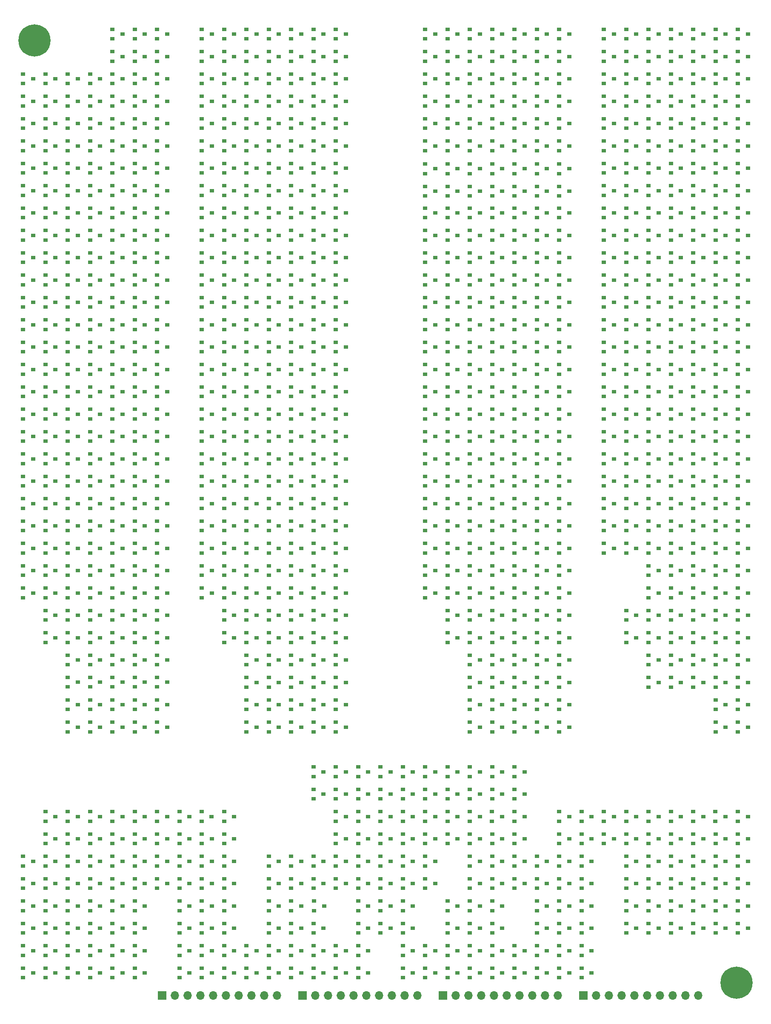
<source format=gbr>
%TF.GenerationSoftware,KiCad,Pcbnew,(5.1.9)-1*%
%TF.CreationDate,2021-05-23T14:49:51+02:00*%
%TF.ProjectId,Engine,456e6769-6e65-42e6-9b69-6361645f7063,v1.0*%
%TF.SameCoordinates,Original*%
%TF.FileFunction,Soldermask,Top*%
%TF.FilePolarity,Negative*%
%FSLAX46Y46*%
G04 Gerber Fmt 4.6, Leading zero omitted, Abs format (unit mm)*
G04 Created by KiCad (PCBNEW (5.1.9)-1) date 2021-05-23 14:49:51*
%MOMM*%
%LPD*%
G01*
G04 APERTURE LIST*
%ADD10R,0.900000X0.800000*%
%ADD11O,1.700000X1.700000*%
%ADD12R,1.700000X1.700000*%
%ADD13C,0.800000*%
%ADD14C,6.400000*%
G04 APERTURE END LIST*
D10*
%TO.C,Q277*%
X122285000Y-114935000D03*
X120285000Y-115885000D03*
X120285000Y-113985000D03*
%TD*%
%TO.C,Q910*%
X126730000Y-30585000D03*
X124730000Y-31535000D03*
X124730000Y-29635000D03*
%TD*%
%TO.C,Q909*%
X126730000Y-26140000D03*
X124730000Y-27090000D03*
X124730000Y-25190000D03*
%TD*%
%TO.C,Q1056*%
X162290000Y-12700000D03*
X160290000Y-13650000D03*
X160290000Y-11750000D03*
%TD*%
%TO.C,Q1055*%
X162290000Y-8255000D03*
X160290000Y-9205000D03*
X160290000Y-7305000D03*
%TD*%
%TO.C,Q395*%
X126730000Y-106045000D03*
X124730000Y-106995000D03*
X124730000Y-105095000D03*
%TD*%
%TO.C,Q396*%
X126730000Y-110490000D03*
X124730000Y-111440000D03*
X124730000Y-109540000D03*
%TD*%
%TO.C,Q1074*%
X42275000Y-21590000D03*
X40275000Y-22540000D03*
X40275000Y-20640000D03*
%TD*%
%TO.C,Q1073*%
X42275000Y-17145000D03*
X40275000Y-18095000D03*
X40275000Y-16195000D03*
%TD*%
%TO.C,Q1072*%
X37830000Y-17145000D03*
X35830000Y-18095000D03*
X35830000Y-16195000D03*
%TD*%
%TO.C,Q1071*%
X37830000Y-21590000D03*
X35830000Y-22540000D03*
X35830000Y-20640000D03*
%TD*%
%TO.C,Q1070*%
X46720000Y-21590000D03*
X44720000Y-22540000D03*
X44720000Y-20640000D03*
%TD*%
%TO.C,Q1069*%
X46720000Y-17145000D03*
X44720000Y-18095000D03*
X44720000Y-16195000D03*
%TD*%
%TO.C,Q1068*%
X33385000Y-21590000D03*
X31385000Y-22540000D03*
X31385000Y-20640000D03*
%TD*%
%TO.C,Q1067*%
X28940000Y-21590000D03*
X26940000Y-22540000D03*
X26940000Y-20640000D03*
%TD*%
%TO.C,Q1066*%
X33385000Y-17145000D03*
X31385000Y-18095000D03*
X31385000Y-16195000D03*
%TD*%
%TO.C,Q1065*%
X28940000Y-17145000D03*
X26940000Y-18095000D03*
X26940000Y-16195000D03*
%TD*%
%TO.C,Q1064*%
X24495000Y-17145000D03*
X22495000Y-18095000D03*
X22495000Y-16195000D03*
%TD*%
%TO.C,Q1063*%
X20050000Y-17145000D03*
X18050000Y-18095000D03*
X18050000Y-16195000D03*
%TD*%
%TO.C,Q1062*%
X24495000Y-21590000D03*
X22495000Y-22540000D03*
X22495000Y-20640000D03*
%TD*%
%TO.C,Q1061*%
X20050000Y-21590000D03*
X18050000Y-22540000D03*
X18050000Y-20640000D03*
%TD*%
%TO.C,Q1060*%
X157845000Y-12700000D03*
X155845000Y-13650000D03*
X155845000Y-11750000D03*
%TD*%
%TO.C,Q1059*%
X157845000Y-8255000D03*
X155845000Y-9205000D03*
X155845000Y-7305000D03*
%TD*%
%TO.C,Q1058*%
X153400000Y-8255000D03*
X151400000Y-9205000D03*
X151400000Y-7305000D03*
%TD*%
%TO.C,Q1057*%
X153400000Y-12700000D03*
X151400000Y-13650000D03*
X151400000Y-11750000D03*
%TD*%
%TO.C,Q1054*%
X148955000Y-12700000D03*
X146955000Y-13650000D03*
X146955000Y-11750000D03*
%TD*%
%TO.C,Q1053*%
X144510000Y-12700000D03*
X142510000Y-13650000D03*
X142510000Y-11750000D03*
%TD*%
%TO.C,Q1052*%
X148955000Y-8255000D03*
X146955000Y-9205000D03*
X146955000Y-7305000D03*
%TD*%
%TO.C,Q1051*%
X144510000Y-8255000D03*
X142510000Y-9205000D03*
X142510000Y-7305000D03*
%TD*%
%TO.C,Q1050*%
X140065000Y-8255000D03*
X138065000Y-9205000D03*
X138065000Y-7305000D03*
%TD*%
%TO.C,Q1049*%
X135620000Y-8255000D03*
X133620000Y-9205000D03*
X133620000Y-7305000D03*
%TD*%
%TO.C,Q1048*%
X140065000Y-12700000D03*
X138065000Y-13650000D03*
X138065000Y-11750000D03*
%TD*%
%TO.C,Q1047*%
X135620000Y-12700000D03*
X133620000Y-13650000D03*
X133620000Y-11750000D03*
%TD*%
%TO.C,Q1046*%
X122285000Y-12700000D03*
X120285000Y-13650000D03*
X120285000Y-11750000D03*
%TD*%
%TO.C,Q1045*%
X122285000Y-8255000D03*
X120285000Y-9205000D03*
X120285000Y-7305000D03*
%TD*%
%TO.C,Q1044*%
X117840000Y-8255000D03*
X115840000Y-9205000D03*
X115840000Y-7305000D03*
%TD*%
%TO.C,Q1043*%
X117840000Y-12700000D03*
X115840000Y-13650000D03*
X115840000Y-11750000D03*
%TD*%
%TO.C,Q1042*%
X126730000Y-12700000D03*
X124730000Y-13650000D03*
X124730000Y-11750000D03*
%TD*%
%TO.C,Q1041*%
X126730000Y-8255000D03*
X124730000Y-9205000D03*
X124730000Y-7305000D03*
%TD*%
%TO.C,Q1040*%
X113395000Y-12700000D03*
X111395000Y-13650000D03*
X111395000Y-11750000D03*
%TD*%
%TO.C,Q1039*%
X108950000Y-12700000D03*
X106950000Y-13650000D03*
X106950000Y-11750000D03*
%TD*%
%TO.C,Q1038*%
X113395000Y-8255000D03*
X111395000Y-9205000D03*
X111395000Y-7305000D03*
%TD*%
%TO.C,Q1037*%
X108950000Y-8255000D03*
X106950000Y-9205000D03*
X106950000Y-7305000D03*
%TD*%
%TO.C,Q1036*%
X104505000Y-8255000D03*
X102505000Y-9205000D03*
X102505000Y-7305000D03*
%TD*%
%TO.C,Q1035*%
X100060000Y-8255000D03*
X98060000Y-9205000D03*
X98060000Y-7305000D03*
%TD*%
%TO.C,Q1034*%
X104505000Y-12700000D03*
X102505000Y-13650000D03*
X102505000Y-11750000D03*
%TD*%
%TO.C,Q1033*%
X100060000Y-12700000D03*
X98060000Y-13650000D03*
X98060000Y-11750000D03*
%TD*%
%TO.C,Q1032*%
X77835000Y-12700000D03*
X75835000Y-13650000D03*
X75835000Y-11750000D03*
%TD*%
%TO.C,Q1031*%
X77835000Y-8255000D03*
X75835000Y-9205000D03*
X75835000Y-7305000D03*
%TD*%
%TO.C,Q1030*%
X73390000Y-8255000D03*
X71390000Y-9205000D03*
X71390000Y-7305000D03*
%TD*%
%TO.C,Q1029*%
X73390000Y-12700000D03*
X71390000Y-13650000D03*
X71390000Y-11750000D03*
%TD*%
%TO.C,Q1028*%
X82280000Y-12700000D03*
X80280000Y-13650000D03*
X80280000Y-11750000D03*
%TD*%
%TO.C,Q1027*%
X82280000Y-8255000D03*
X80280000Y-9205000D03*
X80280000Y-7305000D03*
%TD*%
%TO.C,Q1026*%
X68945000Y-12700000D03*
X66945000Y-13650000D03*
X66945000Y-11750000D03*
%TD*%
%TO.C,Q1025*%
X64500000Y-12700000D03*
X62500000Y-13650000D03*
X62500000Y-11750000D03*
%TD*%
%TO.C,Q1024*%
X68945000Y-8255000D03*
X66945000Y-9205000D03*
X66945000Y-7305000D03*
%TD*%
%TO.C,Q1023*%
X64500000Y-8255000D03*
X62500000Y-9205000D03*
X62500000Y-7305000D03*
%TD*%
%TO.C,Q1022*%
X60055000Y-8255000D03*
X58055000Y-9205000D03*
X58055000Y-7305000D03*
%TD*%
%TO.C,Q1021*%
X55610000Y-8255000D03*
X53610000Y-9205000D03*
X53610000Y-7305000D03*
%TD*%
%TO.C,Q1020*%
X60055000Y-12700000D03*
X58055000Y-13650000D03*
X58055000Y-11750000D03*
%TD*%
%TO.C,Q1019*%
X55610000Y-12700000D03*
X53610000Y-13650000D03*
X53610000Y-11750000D03*
%TD*%
%TO.C,Q1018*%
X42275000Y-12700000D03*
X40275000Y-13650000D03*
X40275000Y-11750000D03*
%TD*%
%TO.C,Q1017*%
X42275000Y-8255000D03*
X40275000Y-9205000D03*
X40275000Y-7305000D03*
%TD*%
%TO.C,Q1016*%
X37830000Y-8255000D03*
X35830000Y-9205000D03*
X35830000Y-7305000D03*
%TD*%
%TO.C,Q1015*%
X37830000Y-12700000D03*
X35830000Y-13650000D03*
X35830000Y-11750000D03*
%TD*%
%TO.C,Q1014*%
X46720000Y-12700000D03*
X44720000Y-13650000D03*
X44720000Y-11750000D03*
%TD*%
%TO.C,Q1013*%
X46720000Y-8255000D03*
X44720000Y-9205000D03*
X44720000Y-7305000D03*
%TD*%
%TO.C,Q1012*%
X33385000Y-12700000D03*
X31385000Y-13650000D03*
X31385000Y-11750000D03*
%TD*%
%TO.C,Q1011*%
X28940000Y-12700000D03*
X26940000Y-13650000D03*
X26940000Y-11750000D03*
%TD*%
%TO.C,Q1010*%
X33385000Y-8255000D03*
X31385000Y-9205000D03*
X31385000Y-7305000D03*
%TD*%
%TO.C,Q1009*%
X28940000Y-8255000D03*
X26940000Y-9205000D03*
X26940000Y-7305000D03*
%TD*%
%TO.C,Q1008*%
X24495000Y-8255000D03*
X22495000Y-9205000D03*
X22495000Y-7305000D03*
%TD*%
%TO.C,Q1007*%
X20050000Y-8255000D03*
X18050000Y-9205000D03*
X18050000Y-7305000D03*
%TD*%
%TO.C,Q1006*%
X24495000Y-12700000D03*
X22495000Y-13650000D03*
X22495000Y-11750000D03*
%TD*%
%TO.C,Q1005*%
X20050000Y-12700000D03*
X18050000Y-13650000D03*
X18050000Y-11750000D03*
%TD*%
%TO.C,Q1004*%
X157845000Y-3810000D03*
X155845000Y-4760000D03*
X155845000Y-2860000D03*
%TD*%
%TO.C,Q1003*%
X157845000Y635000D03*
X155845000Y-315000D03*
X155845000Y1585000D03*
%TD*%
%TO.C,Q1002*%
X153400000Y635000D03*
X151400000Y-315000D03*
X151400000Y1585000D03*
%TD*%
%TO.C,Q1001*%
X153400000Y-3810000D03*
X151400000Y-4760000D03*
X151400000Y-2860000D03*
%TD*%
%TO.C,Q1000*%
X162290000Y-3810000D03*
X160290000Y-4760000D03*
X160290000Y-2860000D03*
%TD*%
%TO.C,Q999*%
X162290000Y635000D03*
X160290000Y-315000D03*
X160290000Y1585000D03*
%TD*%
%TO.C,Q998*%
X148955000Y-3810000D03*
X146955000Y-4760000D03*
X146955000Y-2860000D03*
%TD*%
%TO.C,Q997*%
X144510000Y-3810000D03*
X142510000Y-4760000D03*
X142510000Y-2860000D03*
%TD*%
%TO.C,Q996*%
X148955000Y635000D03*
X146955000Y-315000D03*
X146955000Y1585000D03*
%TD*%
%TO.C,Q995*%
X144510000Y635000D03*
X142510000Y-315000D03*
X142510000Y1585000D03*
%TD*%
%TO.C,Q994*%
X140065000Y635000D03*
X138065000Y-315000D03*
X138065000Y1585000D03*
%TD*%
%TO.C,Q993*%
X135620000Y635000D03*
X133620000Y-315000D03*
X133620000Y1585000D03*
%TD*%
%TO.C,Q992*%
X140065000Y-3810000D03*
X138065000Y-4760000D03*
X138065000Y-2860000D03*
%TD*%
%TO.C,Q991*%
X135620000Y-3810000D03*
X133620000Y-4760000D03*
X133620000Y-2860000D03*
%TD*%
%TO.C,Q990*%
X122285000Y-3810000D03*
X120285000Y-4760000D03*
X120285000Y-2860000D03*
%TD*%
%TO.C,Q989*%
X122285000Y635000D03*
X120285000Y-315000D03*
X120285000Y1585000D03*
%TD*%
%TO.C,Q988*%
X117840000Y635000D03*
X115840000Y-315000D03*
X115840000Y1585000D03*
%TD*%
%TO.C,Q987*%
X117840000Y-3810000D03*
X115840000Y-4760000D03*
X115840000Y-2860000D03*
%TD*%
%TO.C,Q986*%
X126730000Y-3810000D03*
X124730000Y-4760000D03*
X124730000Y-2860000D03*
%TD*%
%TO.C,Q985*%
X126730000Y635000D03*
X124730000Y-315000D03*
X124730000Y1585000D03*
%TD*%
%TO.C,Q984*%
X113395000Y-3810000D03*
X111395000Y-4760000D03*
X111395000Y-2860000D03*
%TD*%
%TO.C,Q983*%
X108950000Y-3810000D03*
X106950000Y-4760000D03*
X106950000Y-2860000D03*
%TD*%
%TO.C,Q982*%
X113395000Y635000D03*
X111395000Y-315000D03*
X111395000Y1585000D03*
%TD*%
%TO.C,Q981*%
X108950000Y635000D03*
X106950000Y-315000D03*
X106950000Y1585000D03*
%TD*%
%TO.C,Q980*%
X104505000Y635000D03*
X102505000Y-315000D03*
X102505000Y1585000D03*
%TD*%
%TO.C,Q979*%
X100060000Y635000D03*
X98060000Y-315000D03*
X98060000Y1585000D03*
%TD*%
%TO.C,Q978*%
X104505000Y-3810000D03*
X102505000Y-4760000D03*
X102505000Y-2860000D03*
%TD*%
%TO.C,Q977*%
X100060000Y-3810000D03*
X98060000Y-4760000D03*
X98060000Y-2860000D03*
%TD*%
%TO.C,Q956*%
X77835000Y-39370000D03*
X75835000Y-40320000D03*
X75835000Y-38420000D03*
%TD*%
%TO.C,Q955*%
X77835000Y-34925000D03*
X75835000Y-35875000D03*
X75835000Y-33975000D03*
%TD*%
%TO.C,Q954*%
X73390000Y-34925000D03*
X71390000Y-35875000D03*
X71390000Y-33975000D03*
%TD*%
%TO.C,Q953*%
X73390000Y-39370000D03*
X71390000Y-40320000D03*
X71390000Y-38420000D03*
%TD*%
%TO.C,Q952*%
X82280000Y-39370000D03*
X80280000Y-40320000D03*
X80280000Y-38420000D03*
%TD*%
%TO.C,Q951*%
X82280000Y-34925000D03*
X80280000Y-35875000D03*
X80280000Y-33975000D03*
%TD*%
%TO.C,Q950*%
X68945000Y-39370000D03*
X66945000Y-40320000D03*
X66945000Y-38420000D03*
%TD*%
%TO.C,Q949*%
X64500000Y-39370000D03*
X62500000Y-40320000D03*
X62500000Y-38420000D03*
%TD*%
%TO.C,Q948*%
X68945000Y-34925000D03*
X66945000Y-35875000D03*
X66945000Y-33975000D03*
%TD*%
%TO.C,Q947*%
X64500000Y-34925000D03*
X62500000Y-35875000D03*
X62500000Y-33975000D03*
%TD*%
%TO.C,Q946*%
X60055000Y-34925000D03*
X58055000Y-35875000D03*
X58055000Y-33975000D03*
%TD*%
%TO.C,Q945*%
X55610000Y-34925000D03*
X53610000Y-35875000D03*
X53610000Y-33975000D03*
%TD*%
%TO.C,Q944*%
X60055000Y-39370000D03*
X58055000Y-40320000D03*
X58055000Y-38420000D03*
%TD*%
%TO.C,Q943*%
X55610000Y-39370000D03*
X53610000Y-40320000D03*
X53610000Y-38420000D03*
%TD*%
%TO.C,Q942*%
X42275000Y-39370000D03*
X40275000Y-40320000D03*
X40275000Y-38420000D03*
%TD*%
%TO.C,Q941*%
X42275000Y-34925000D03*
X40275000Y-35875000D03*
X40275000Y-33975000D03*
%TD*%
%TO.C,Q940*%
X37830000Y-34925000D03*
X35830000Y-35875000D03*
X35830000Y-33975000D03*
%TD*%
%TO.C,Q939*%
X37830000Y-39370000D03*
X35830000Y-40320000D03*
X35830000Y-38420000D03*
%TD*%
%TO.C,Q938*%
X46720000Y-39370000D03*
X44720000Y-40320000D03*
X44720000Y-38420000D03*
%TD*%
%TO.C,Q937*%
X46720000Y-34925000D03*
X44720000Y-35875000D03*
X44720000Y-33975000D03*
%TD*%
%TO.C,Q936*%
X33385000Y-39370000D03*
X31385000Y-40320000D03*
X31385000Y-38420000D03*
%TD*%
%TO.C,Q935*%
X28940000Y-39370000D03*
X26940000Y-40320000D03*
X26940000Y-38420000D03*
%TD*%
%TO.C,Q934*%
X33385000Y-34925000D03*
X31385000Y-35875000D03*
X31385000Y-33975000D03*
%TD*%
%TO.C,Q933*%
X28940000Y-34925000D03*
X26940000Y-35875000D03*
X26940000Y-33975000D03*
%TD*%
%TO.C,Q932*%
X24495000Y-34925000D03*
X22495000Y-35875000D03*
X22495000Y-33975000D03*
%TD*%
%TO.C,Q931*%
X20050000Y-34925000D03*
X18050000Y-35875000D03*
X18050000Y-33975000D03*
%TD*%
%TO.C,Q930*%
X24495000Y-39370000D03*
X22495000Y-40320000D03*
X22495000Y-38420000D03*
%TD*%
%TO.C,Q929*%
X20050000Y-39370000D03*
X18050000Y-40320000D03*
X18050000Y-38420000D03*
%TD*%
%TO.C,Q928*%
X157845000Y-30480000D03*
X155845000Y-31430000D03*
X155845000Y-29530000D03*
%TD*%
%TO.C,Q927*%
X157845000Y-26035000D03*
X155845000Y-26985000D03*
X155845000Y-25085000D03*
%TD*%
%TO.C,Q926*%
X153400000Y-26035000D03*
X151400000Y-26985000D03*
X151400000Y-25085000D03*
%TD*%
%TO.C,Q925*%
X153400000Y-30480000D03*
X151400000Y-31430000D03*
X151400000Y-29530000D03*
%TD*%
%TO.C,Q924*%
X162290000Y-30480000D03*
X160290000Y-31430000D03*
X160290000Y-29530000D03*
%TD*%
%TO.C,Q923*%
X162290000Y-26035000D03*
X160290000Y-26985000D03*
X160290000Y-25085000D03*
%TD*%
%TO.C,Q922*%
X148955000Y-30480000D03*
X146955000Y-31430000D03*
X146955000Y-29530000D03*
%TD*%
%TO.C,Q921*%
X144510000Y-30480000D03*
X142510000Y-31430000D03*
X142510000Y-29530000D03*
%TD*%
%TO.C,Q920*%
X148955000Y-26035000D03*
X146955000Y-26985000D03*
X146955000Y-25085000D03*
%TD*%
%TO.C,Q919*%
X144510000Y-26035000D03*
X142510000Y-26985000D03*
X142510000Y-25085000D03*
%TD*%
%TO.C,Q918*%
X140065000Y-26035000D03*
X138065000Y-26985000D03*
X138065000Y-25085000D03*
%TD*%
%TO.C,Q917*%
X135620000Y-26035000D03*
X133620000Y-26985000D03*
X133620000Y-25085000D03*
%TD*%
%TO.C,Q916*%
X140065000Y-30480000D03*
X138065000Y-31430000D03*
X138065000Y-29530000D03*
%TD*%
%TO.C,Q915*%
X135620000Y-30480000D03*
X133620000Y-31430000D03*
X133620000Y-29530000D03*
%TD*%
%TO.C,Q914*%
X122285000Y-30585000D03*
X120285000Y-31535000D03*
X120285000Y-29635000D03*
%TD*%
%TO.C,Q913*%
X122285000Y-26140000D03*
X120285000Y-27090000D03*
X120285000Y-25190000D03*
%TD*%
%TO.C,Q912*%
X117840000Y-26140000D03*
X115840000Y-27090000D03*
X115840000Y-25190000D03*
%TD*%
%TO.C,Q911*%
X117840000Y-30585000D03*
X115840000Y-31535000D03*
X115840000Y-29635000D03*
%TD*%
%TO.C,Q908*%
X113395000Y-30585000D03*
X111395000Y-31535000D03*
X111395000Y-29635000D03*
%TD*%
%TO.C,Q907*%
X108950000Y-30585000D03*
X106950000Y-31535000D03*
X106950000Y-29635000D03*
%TD*%
%TO.C,Q906*%
X113395000Y-26140000D03*
X111395000Y-27090000D03*
X111395000Y-25190000D03*
%TD*%
%TO.C,Q905*%
X108950000Y-26140000D03*
X106950000Y-27090000D03*
X106950000Y-25190000D03*
%TD*%
%TO.C,Q904*%
X104505000Y-26140000D03*
X102505000Y-27090000D03*
X102505000Y-25190000D03*
%TD*%
%TO.C,Q903*%
X100060000Y-26140000D03*
X98060000Y-27090000D03*
X98060000Y-25190000D03*
%TD*%
%TO.C,Q902*%
X104505000Y-30585000D03*
X102505000Y-31535000D03*
X102505000Y-29635000D03*
%TD*%
%TO.C,Q901*%
X100060000Y-30585000D03*
X98060000Y-31535000D03*
X98060000Y-29635000D03*
%TD*%
%TO.C,Q900*%
X77835000Y-30480000D03*
X75835000Y-31430000D03*
X75835000Y-29530000D03*
%TD*%
%TO.C,Q899*%
X77835000Y-26035000D03*
X75835000Y-26985000D03*
X75835000Y-25085000D03*
%TD*%
%TO.C,Q898*%
X73390000Y-26035000D03*
X71390000Y-26985000D03*
X71390000Y-25085000D03*
%TD*%
%TO.C,Q897*%
X73390000Y-30480000D03*
X71390000Y-31430000D03*
X71390000Y-29530000D03*
%TD*%
%TO.C,Q896*%
X82280000Y-30480000D03*
X80280000Y-31430000D03*
X80280000Y-29530000D03*
%TD*%
%TO.C,Q895*%
X82280000Y-26035000D03*
X80280000Y-26985000D03*
X80280000Y-25085000D03*
%TD*%
%TO.C,Q894*%
X68945000Y-30480000D03*
X66945000Y-31430000D03*
X66945000Y-29530000D03*
%TD*%
%TO.C,Q893*%
X64500000Y-30480000D03*
X62500000Y-31430000D03*
X62500000Y-29530000D03*
%TD*%
%TO.C,Q892*%
X68945000Y-26035000D03*
X66945000Y-26985000D03*
X66945000Y-25085000D03*
%TD*%
%TO.C,Q891*%
X64500000Y-26035000D03*
X62500000Y-26985000D03*
X62500000Y-25085000D03*
%TD*%
%TO.C,Q890*%
X60055000Y-26035000D03*
X58055000Y-26985000D03*
X58055000Y-25085000D03*
%TD*%
%TO.C,Q889*%
X55610000Y-26035000D03*
X53610000Y-26985000D03*
X53610000Y-25085000D03*
%TD*%
%TO.C,Q888*%
X60055000Y-30480000D03*
X58055000Y-31430000D03*
X58055000Y-29530000D03*
%TD*%
%TO.C,Q887*%
X55610000Y-30480000D03*
X53610000Y-31430000D03*
X53610000Y-29530000D03*
%TD*%
%TO.C,Q886*%
X42275000Y-30480000D03*
X40275000Y-31430000D03*
X40275000Y-29530000D03*
%TD*%
%TO.C,Q885*%
X42275000Y-26035000D03*
X40275000Y-26985000D03*
X40275000Y-25085000D03*
%TD*%
%TO.C,Q884*%
X37830000Y-26035000D03*
X35830000Y-26985000D03*
X35830000Y-25085000D03*
%TD*%
%TO.C,Q883*%
X37830000Y-30480000D03*
X35830000Y-31430000D03*
X35830000Y-29530000D03*
%TD*%
%TO.C,Q882*%
X46720000Y-30480000D03*
X44720000Y-31430000D03*
X44720000Y-29530000D03*
%TD*%
%TO.C,Q881*%
X46720000Y-26035000D03*
X44720000Y-26985000D03*
X44720000Y-25085000D03*
%TD*%
%TO.C,Q880*%
X33385000Y-30480000D03*
X31385000Y-31430000D03*
X31385000Y-29530000D03*
%TD*%
%TO.C,Q879*%
X28940000Y-30480000D03*
X26940000Y-31430000D03*
X26940000Y-29530000D03*
%TD*%
%TO.C,Q878*%
X33385000Y-26035000D03*
X31385000Y-26985000D03*
X31385000Y-25085000D03*
%TD*%
%TO.C,Q877*%
X28940000Y-26035000D03*
X26940000Y-26985000D03*
X26940000Y-25085000D03*
%TD*%
%TO.C,Q876*%
X24495000Y-26035000D03*
X22495000Y-26985000D03*
X22495000Y-25085000D03*
%TD*%
%TO.C,Q875*%
X20050000Y-26035000D03*
X18050000Y-26985000D03*
X18050000Y-25085000D03*
%TD*%
%TO.C,Q874*%
X24495000Y-30480000D03*
X22495000Y-31430000D03*
X22495000Y-29530000D03*
%TD*%
%TO.C,Q873*%
X20050000Y-30480000D03*
X18050000Y-31430000D03*
X18050000Y-29530000D03*
%TD*%
%TO.C,Q872*%
X157845000Y-21590000D03*
X155845000Y-22540000D03*
X155845000Y-20640000D03*
%TD*%
%TO.C,Q871*%
X157845000Y-17145000D03*
X155845000Y-18095000D03*
X155845000Y-16195000D03*
%TD*%
%TO.C,Q870*%
X153400000Y-17145000D03*
X151400000Y-18095000D03*
X151400000Y-16195000D03*
%TD*%
%TO.C,Q869*%
X153400000Y-21590000D03*
X151400000Y-22540000D03*
X151400000Y-20640000D03*
%TD*%
%TO.C,Q868*%
X162290000Y-21590000D03*
X160290000Y-22540000D03*
X160290000Y-20640000D03*
%TD*%
%TO.C,Q867*%
X162290000Y-17145000D03*
X160290000Y-18095000D03*
X160290000Y-16195000D03*
%TD*%
%TO.C,Q866*%
X148955000Y-21590000D03*
X146955000Y-22540000D03*
X146955000Y-20640000D03*
%TD*%
%TO.C,Q865*%
X144510000Y-21590000D03*
X142510000Y-22540000D03*
X142510000Y-20640000D03*
%TD*%
%TO.C,Q864*%
X148955000Y-17145000D03*
X146955000Y-18095000D03*
X146955000Y-16195000D03*
%TD*%
%TO.C,Q863*%
X144510000Y-17145000D03*
X142510000Y-18095000D03*
X142510000Y-16195000D03*
%TD*%
%TO.C,Q862*%
X140065000Y-17145000D03*
X138065000Y-18095000D03*
X138065000Y-16195000D03*
%TD*%
%TO.C,Q861*%
X135620000Y-17145000D03*
X133620000Y-18095000D03*
X133620000Y-16195000D03*
%TD*%
%TO.C,Q860*%
X140065000Y-21590000D03*
X138065000Y-22540000D03*
X138065000Y-20640000D03*
%TD*%
%TO.C,Q859*%
X135620000Y-21590000D03*
X133620000Y-22540000D03*
X133620000Y-20640000D03*
%TD*%
%TO.C,Q858*%
X122285000Y-21590000D03*
X120285000Y-22540000D03*
X120285000Y-20640000D03*
%TD*%
%TO.C,Q857*%
X122285000Y-17145000D03*
X120285000Y-18095000D03*
X120285000Y-16195000D03*
%TD*%
%TO.C,Q856*%
X117840000Y-17145000D03*
X115840000Y-18095000D03*
X115840000Y-16195000D03*
%TD*%
%TO.C,Q855*%
X117840000Y-21590000D03*
X115840000Y-22540000D03*
X115840000Y-20640000D03*
%TD*%
%TO.C,Q854*%
X126730000Y-21590000D03*
X124730000Y-22540000D03*
X124730000Y-20640000D03*
%TD*%
%TO.C,Q853*%
X126730000Y-17145000D03*
X124730000Y-18095000D03*
X124730000Y-16195000D03*
%TD*%
%TO.C,Q852*%
X113395000Y-21590000D03*
X111395000Y-22540000D03*
X111395000Y-20640000D03*
%TD*%
%TO.C,Q851*%
X108950000Y-21590000D03*
X106950000Y-22540000D03*
X106950000Y-20640000D03*
%TD*%
%TO.C,Q850*%
X113395000Y-17145000D03*
X111395000Y-18095000D03*
X111395000Y-16195000D03*
%TD*%
%TO.C,Q849*%
X108950000Y-17145000D03*
X106950000Y-18095000D03*
X106950000Y-16195000D03*
%TD*%
%TO.C,Q848*%
X104505000Y-17145000D03*
X102505000Y-18095000D03*
X102505000Y-16195000D03*
%TD*%
%TO.C,Q847*%
X100060000Y-17145000D03*
X98060000Y-18095000D03*
X98060000Y-16195000D03*
%TD*%
%TO.C,Q846*%
X104505000Y-21590000D03*
X102505000Y-22540000D03*
X102505000Y-20640000D03*
%TD*%
%TO.C,Q845*%
X100060000Y-21590000D03*
X98060000Y-22540000D03*
X98060000Y-20640000D03*
%TD*%
%TO.C,Q844*%
X77835000Y-21590000D03*
X75835000Y-22540000D03*
X75835000Y-20640000D03*
%TD*%
%TO.C,Q843*%
X77835000Y-17145000D03*
X75835000Y-18095000D03*
X75835000Y-16195000D03*
%TD*%
%TO.C,Q842*%
X73390000Y-17145000D03*
X71390000Y-18095000D03*
X71390000Y-16195000D03*
%TD*%
%TO.C,Q841*%
X73390000Y-21590000D03*
X71390000Y-22540000D03*
X71390000Y-20640000D03*
%TD*%
%TO.C,Q840*%
X82280000Y-21590000D03*
X80280000Y-22540000D03*
X80280000Y-20640000D03*
%TD*%
%TO.C,Q839*%
X82280000Y-17145000D03*
X80280000Y-18095000D03*
X80280000Y-16195000D03*
%TD*%
%TO.C,Q838*%
X68945000Y-21590000D03*
X66945000Y-22540000D03*
X66945000Y-20640000D03*
%TD*%
%TO.C,Q837*%
X64500000Y-21590000D03*
X62500000Y-22540000D03*
X62500000Y-20640000D03*
%TD*%
%TO.C,Q836*%
X68945000Y-17145000D03*
X66945000Y-18095000D03*
X66945000Y-16195000D03*
%TD*%
%TO.C,Q835*%
X64500000Y-17145000D03*
X62500000Y-18095000D03*
X62500000Y-16195000D03*
%TD*%
%TO.C,Q834*%
X60055000Y-17145000D03*
X58055000Y-18095000D03*
X58055000Y-16195000D03*
%TD*%
%TO.C,Q833*%
X55610000Y-17145000D03*
X53610000Y-18095000D03*
X53610000Y-16195000D03*
%TD*%
%TO.C,Q832*%
X60055000Y-21590000D03*
X58055000Y-22540000D03*
X58055000Y-20640000D03*
%TD*%
%TO.C,Q831*%
X55610000Y-21590000D03*
X53610000Y-22540000D03*
X53610000Y-20640000D03*
%TD*%
%TO.C,Q830*%
X157845000Y-48260000D03*
X155845000Y-49210000D03*
X155845000Y-47310000D03*
%TD*%
%TO.C,Q829*%
X157845000Y-43815000D03*
X155845000Y-44765000D03*
X155845000Y-42865000D03*
%TD*%
%TO.C,Q828*%
X153400000Y-43815000D03*
X151400000Y-44765000D03*
X151400000Y-42865000D03*
%TD*%
%TO.C,Q827*%
X153400000Y-48260000D03*
X151400000Y-49210000D03*
X151400000Y-47310000D03*
%TD*%
%TO.C,Q826*%
X162290000Y-48260000D03*
X160290000Y-49210000D03*
X160290000Y-47310000D03*
%TD*%
%TO.C,Q825*%
X162290000Y-43815000D03*
X160290000Y-44765000D03*
X160290000Y-42865000D03*
%TD*%
%TO.C,Q824*%
X148955000Y-48260000D03*
X146955000Y-49210000D03*
X146955000Y-47310000D03*
%TD*%
%TO.C,Q823*%
X144510000Y-48260000D03*
X142510000Y-49210000D03*
X142510000Y-47310000D03*
%TD*%
%TO.C,Q822*%
X148955000Y-43815000D03*
X146955000Y-44765000D03*
X146955000Y-42865000D03*
%TD*%
%TO.C,Q821*%
X144510000Y-43815000D03*
X142510000Y-44765000D03*
X142510000Y-42865000D03*
%TD*%
%TO.C,Q820*%
X140065000Y-43815000D03*
X138065000Y-44765000D03*
X138065000Y-42865000D03*
%TD*%
%TO.C,Q819*%
X135620000Y-43815000D03*
X133620000Y-44765000D03*
X133620000Y-42865000D03*
%TD*%
%TO.C,Q818*%
X140065000Y-48260000D03*
X138065000Y-49210000D03*
X138065000Y-47310000D03*
%TD*%
%TO.C,Q817*%
X135620000Y-48260000D03*
X133620000Y-49210000D03*
X133620000Y-47310000D03*
%TD*%
%TO.C,Q816*%
X122285000Y-48260000D03*
X120285000Y-49210000D03*
X120285000Y-47310000D03*
%TD*%
%TO.C,Q815*%
X122285000Y-43815000D03*
X120285000Y-44765000D03*
X120285000Y-42865000D03*
%TD*%
%TO.C,Q814*%
X117840000Y-43815000D03*
X115840000Y-44765000D03*
X115840000Y-42865000D03*
%TD*%
%TO.C,Q813*%
X117840000Y-48260000D03*
X115840000Y-49210000D03*
X115840000Y-47310000D03*
%TD*%
%TO.C,Q812*%
X126730000Y-48260000D03*
X124730000Y-49210000D03*
X124730000Y-47310000D03*
%TD*%
%TO.C,Q811*%
X126730000Y-43815000D03*
X124730000Y-44765000D03*
X124730000Y-42865000D03*
%TD*%
%TO.C,Q810*%
X113395000Y-48260000D03*
X111395000Y-49210000D03*
X111395000Y-47310000D03*
%TD*%
%TO.C,Q809*%
X108950000Y-48260000D03*
X106950000Y-49210000D03*
X106950000Y-47310000D03*
%TD*%
%TO.C,Q808*%
X113395000Y-43815000D03*
X111395000Y-44765000D03*
X111395000Y-42865000D03*
%TD*%
%TO.C,Q807*%
X108950000Y-43815000D03*
X106950000Y-44765000D03*
X106950000Y-42865000D03*
%TD*%
%TO.C,Q806*%
X104505000Y-43815000D03*
X102505000Y-44765000D03*
X102505000Y-42865000D03*
%TD*%
%TO.C,Q805*%
X100060000Y-43815000D03*
X98060000Y-44765000D03*
X98060000Y-42865000D03*
%TD*%
%TO.C,Q804*%
X104505000Y-48260000D03*
X102505000Y-49210000D03*
X102505000Y-47310000D03*
%TD*%
%TO.C,Q803*%
X100060000Y-48260000D03*
X98060000Y-49210000D03*
X98060000Y-47310000D03*
%TD*%
%TO.C,Q802*%
X77835000Y-48260000D03*
X75835000Y-49210000D03*
X75835000Y-47310000D03*
%TD*%
%TO.C,Q801*%
X77835000Y-43815000D03*
X75835000Y-44765000D03*
X75835000Y-42865000D03*
%TD*%
%TO.C,Q800*%
X73390000Y-43815000D03*
X71390000Y-44765000D03*
X71390000Y-42865000D03*
%TD*%
%TO.C,Q799*%
X73390000Y-48260000D03*
X71390000Y-49210000D03*
X71390000Y-47310000D03*
%TD*%
%TO.C,Q798*%
X82280000Y-48260000D03*
X80280000Y-49210000D03*
X80280000Y-47310000D03*
%TD*%
%TO.C,Q797*%
X82280000Y-43815000D03*
X80280000Y-44765000D03*
X80280000Y-42865000D03*
%TD*%
%TO.C,Q796*%
X68945000Y-48260000D03*
X66945000Y-49210000D03*
X66945000Y-47310000D03*
%TD*%
%TO.C,Q795*%
X64500000Y-48260000D03*
X62500000Y-49210000D03*
X62500000Y-47310000D03*
%TD*%
%TO.C,Q794*%
X68945000Y-43815000D03*
X66945000Y-44765000D03*
X66945000Y-42865000D03*
%TD*%
%TO.C,Q793*%
X64500000Y-43815000D03*
X62500000Y-44765000D03*
X62500000Y-42865000D03*
%TD*%
%TO.C,Q792*%
X60055000Y-43815000D03*
X58055000Y-44765000D03*
X58055000Y-42865000D03*
%TD*%
%TO.C,Q791*%
X55610000Y-43815000D03*
X53610000Y-44765000D03*
X53610000Y-42865000D03*
%TD*%
%TO.C,Q790*%
X60055000Y-48260000D03*
X58055000Y-49210000D03*
X58055000Y-47310000D03*
%TD*%
%TO.C,Q789*%
X55610000Y-48260000D03*
X53610000Y-49210000D03*
X53610000Y-47310000D03*
%TD*%
%TO.C,Q788*%
X42275000Y-48260000D03*
X40275000Y-49210000D03*
X40275000Y-47310000D03*
%TD*%
%TO.C,Q787*%
X42275000Y-43815000D03*
X40275000Y-44765000D03*
X40275000Y-42865000D03*
%TD*%
%TO.C,Q786*%
X37830000Y-43815000D03*
X35830000Y-44765000D03*
X35830000Y-42865000D03*
%TD*%
%TO.C,Q785*%
X37830000Y-48260000D03*
X35830000Y-49210000D03*
X35830000Y-47310000D03*
%TD*%
%TO.C,Q784*%
X46720000Y-48260000D03*
X44720000Y-49210000D03*
X44720000Y-47310000D03*
%TD*%
%TO.C,Q783*%
X46720000Y-43815000D03*
X44720000Y-44765000D03*
X44720000Y-42865000D03*
%TD*%
%TO.C,Q782*%
X33385000Y-48260000D03*
X31385000Y-49210000D03*
X31385000Y-47310000D03*
%TD*%
%TO.C,Q781*%
X28940000Y-48260000D03*
X26940000Y-49210000D03*
X26940000Y-47310000D03*
%TD*%
%TO.C,Q780*%
X33385000Y-43815000D03*
X31385000Y-44765000D03*
X31385000Y-42865000D03*
%TD*%
%TO.C,Q779*%
X28940000Y-43815000D03*
X26940000Y-44765000D03*
X26940000Y-42865000D03*
%TD*%
%TO.C,Q778*%
X24495000Y-43815000D03*
X22495000Y-44765000D03*
X22495000Y-42865000D03*
%TD*%
%TO.C,Q777*%
X20050000Y-43815000D03*
X18050000Y-44765000D03*
X18050000Y-42865000D03*
%TD*%
%TO.C,Q776*%
X24495000Y-48260000D03*
X22495000Y-49210000D03*
X22495000Y-47310000D03*
%TD*%
%TO.C,Q775*%
X20050000Y-48260000D03*
X18050000Y-49210000D03*
X18050000Y-47310000D03*
%TD*%
%TO.C,Q774*%
X157845000Y-39370000D03*
X155845000Y-40320000D03*
X155845000Y-38420000D03*
%TD*%
%TO.C,Q773*%
X157845000Y-34925000D03*
X155845000Y-35875000D03*
X155845000Y-33975000D03*
%TD*%
%TO.C,Q772*%
X153400000Y-34925000D03*
X151400000Y-35875000D03*
X151400000Y-33975000D03*
%TD*%
%TO.C,Q771*%
X153400000Y-39370000D03*
X151400000Y-40320000D03*
X151400000Y-38420000D03*
%TD*%
%TO.C,Q770*%
X162290000Y-39370000D03*
X160290000Y-40320000D03*
X160290000Y-38420000D03*
%TD*%
%TO.C,Q769*%
X162290000Y-34925000D03*
X160290000Y-35875000D03*
X160290000Y-33975000D03*
%TD*%
%TO.C,Q768*%
X148955000Y-39370000D03*
X146955000Y-40320000D03*
X146955000Y-38420000D03*
%TD*%
%TO.C,Q767*%
X144510000Y-39370000D03*
X142510000Y-40320000D03*
X142510000Y-38420000D03*
%TD*%
%TO.C,Q766*%
X148955000Y-34925000D03*
X146955000Y-35875000D03*
X146955000Y-33975000D03*
%TD*%
%TO.C,Q765*%
X144510000Y-34925000D03*
X142510000Y-35875000D03*
X142510000Y-33975000D03*
%TD*%
%TO.C,Q764*%
X140065000Y-34925000D03*
X138065000Y-35875000D03*
X138065000Y-33975000D03*
%TD*%
%TO.C,Q763*%
X135620000Y-34925000D03*
X133620000Y-35875000D03*
X133620000Y-33975000D03*
%TD*%
%TO.C,Q762*%
X140065000Y-39370000D03*
X138065000Y-40320000D03*
X138065000Y-38420000D03*
%TD*%
%TO.C,Q761*%
X135620000Y-39370000D03*
X133620000Y-40320000D03*
X133620000Y-38420000D03*
%TD*%
%TO.C,Q760*%
X122285000Y-39370000D03*
X120285000Y-40320000D03*
X120285000Y-38420000D03*
%TD*%
%TO.C,Q759*%
X122285000Y-34925000D03*
X120285000Y-35875000D03*
X120285000Y-33975000D03*
%TD*%
%TO.C,Q758*%
X117840000Y-34925000D03*
X115840000Y-35875000D03*
X115840000Y-33975000D03*
%TD*%
%TO.C,Q757*%
X117840000Y-39370000D03*
X115840000Y-40320000D03*
X115840000Y-38420000D03*
%TD*%
%TO.C,Q756*%
X126730000Y-39370000D03*
X124730000Y-40320000D03*
X124730000Y-38420000D03*
%TD*%
%TO.C,Q755*%
X126730000Y-34925000D03*
X124730000Y-35875000D03*
X124730000Y-33975000D03*
%TD*%
%TO.C,Q754*%
X113395000Y-39370000D03*
X111395000Y-40320000D03*
X111395000Y-38420000D03*
%TD*%
%TO.C,Q753*%
X108950000Y-39370000D03*
X106950000Y-40320000D03*
X106950000Y-38420000D03*
%TD*%
%TO.C,Q752*%
X113395000Y-34925000D03*
X111395000Y-35875000D03*
X111395000Y-33975000D03*
%TD*%
%TO.C,Q751*%
X108950000Y-34925000D03*
X106950000Y-35875000D03*
X106950000Y-33975000D03*
%TD*%
%TO.C,Q750*%
X104505000Y-34925000D03*
X102505000Y-35875000D03*
X102505000Y-33975000D03*
%TD*%
%TO.C,Q749*%
X100060000Y-34925000D03*
X98060000Y-35875000D03*
X98060000Y-33975000D03*
%TD*%
%TO.C,Q748*%
X104505000Y-39370000D03*
X102505000Y-40320000D03*
X102505000Y-38420000D03*
%TD*%
%TO.C,Q747*%
X100060000Y-39370000D03*
X98060000Y-40320000D03*
X98060000Y-38420000D03*
%TD*%
%TO.C,Q746*%
X42275000Y-74930000D03*
X40275000Y-75880000D03*
X40275000Y-73980000D03*
%TD*%
%TO.C,Q745*%
X42275000Y-70485000D03*
X40275000Y-71435000D03*
X40275000Y-69535000D03*
%TD*%
%TO.C,Q744*%
X37830000Y-70485000D03*
X35830000Y-71435000D03*
X35830000Y-69535000D03*
%TD*%
%TO.C,Q743*%
X37830000Y-74930000D03*
X35830000Y-75880000D03*
X35830000Y-73980000D03*
%TD*%
%TO.C,Q742*%
X46720000Y-74930000D03*
X44720000Y-75880000D03*
X44720000Y-73980000D03*
%TD*%
%TO.C,Q741*%
X46720000Y-70485000D03*
X44720000Y-71435000D03*
X44720000Y-69535000D03*
%TD*%
%TO.C,Q740*%
X33385000Y-74930000D03*
X31385000Y-75880000D03*
X31385000Y-73980000D03*
%TD*%
%TO.C,Q739*%
X28940000Y-74930000D03*
X26940000Y-75880000D03*
X26940000Y-73980000D03*
%TD*%
%TO.C,Q738*%
X33385000Y-70485000D03*
X31385000Y-71435000D03*
X31385000Y-69535000D03*
%TD*%
%TO.C,Q737*%
X28940000Y-70485000D03*
X26940000Y-71435000D03*
X26940000Y-69535000D03*
%TD*%
%TO.C,Q736*%
X24495000Y-70485000D03*
X22495000Y-71435000D03*
X22495000Y-69535000D03*
%TD*%
%TO.C,Q735*%
X20050000Y-70485000D03*
X18050000Y-71435000D03*
X18050000Y-69535000D03*
%TD*%
%TO.C,Q734*%
X24495000Y-74930000D03*
X22495000Y-75880000D03*
X22495000Y-73980000D03*
%TD*%
%TO.C,Q733*%
X20050000Y-74930000D03*
X18050000Y-75880000D03*
X18050000Y-73980000D03*
%TD*%
%TO.C,Q732*%
X157845000Y-66040000D03*
X155845000Y-66990000D03*
X155845000Y-65090000D03*
%TD*%
%TO.C,Q731*%
X157845000Y-61595000D03*
X155845000Y-62545000D03*
X155845000Y-60645000D03*
%TD*%
%TO.C,Q730*%
X153400000Y-61595000D03*
X151400000Y-62545000D03*
X151400000Y-60645000D03*
%TD*%
%TO.C,Q729*%
X153400000Y-66040000D03*
X151400000Y-66990000D03*
X151400000Y-65090000D03*
%TD*%
%TO.C,Q728*%
X162290000Y-66040000D03*
X160290000Y-66990000D03*
X160290000Y-65090000D03*
%TD*%
%TO.C,Q727*%
X162290000Y-61595000D03*
X160290000Y-62545000D03*
X160290000Y-60645000D03*
%TD*%
%TO.C,Q726*%
X148955000Y-66040000D03*
X146955000Y-66990000D03*
X146955000Y-65090000D03*
%TD*%
%TO.C,Q725*%
X144510000Y-66040000D03*
X142510000Y-66990000D03*
X142510000Y-65090000D03*
%TD*%
%TO.C,Q724*%
X148955000Y-61595000D03*
X146955000Y-62545000D03*
X146955000Y-60645000D03*
%TD*%
%TO.C,Q723*%
X144510000Y-61595000D03*
X142510000Y-62545000D03*
X142510000Y-60645000D03*
%TD*%
%TO.C,Q722*%
X140065000Y-61595000D03*
X138065000Y-62545000D03*
X138065000Y-60645000D03*
%TD*%
%TO.C,Q721*%
X135620000Y-61595000D03*
X133620000Y-62545000D03*
X133620000Y-60645000D03*
%TD*%
%TO.C,Q720*%
X140065000Y-66040000D03*
X138065000Y-66990000D03*
X138065000Y-65090000D03*
%TD*%
%TO.C,Q719*%
X135620000Y-66040000D03*
X133620000Y-66990000D03*
X133620000Y-65090000D03*
%TD*%
%TO.C,Q718*%
X122285000Y-66040000D03*
X120285000Y-66990000D03*
X120285000Y-65090000D03*
%TD*%
%TO.C,Q717*%
X122285000Y-61595000D03*
X120285000Y-62545000D03*
X120285000Y-60645000D03*
%TD*%
%TO.C,Q716*%
X117840000Y-61595000D03*
X115840000Y-62545000D03*
X115840000Y-60645000D03*
%TD*%
%TO.C,Q715*%
X117840000Y-66040000D03*
X115840000Y-66990000D03*
X115840000Y-65090000D03*
%TD*%
%TO.C,Q714*%
X126730000Y-66040000D03*
X124730000Y-66990000D03*
X124730000Y-65090000D03*
%TD*%
%TO.C,Q713*%
X126730000Y-61595000D03*
X124730000Y-62545000D03*
X124730000Y-60645000D03*
%TD*%
%TO.C,Q712*%
X113395000Y-66040000D03*
X111395000Y-66990000D03*
X111395000Y-65090000D03*
%TD*%
%TO.C,Q711*%
X108950000Y-66040000D03*
X106950000Y-66990000D03*
X106950000Y-65090000D03*
%TD*%
%TO.C,Q710*%
X113395000Y-61595000D03*
X111395000Y-62545000D03*
X111395000Y-60645000D03*
%TD*%
%TO.C,Q709*%
X108950000Y-61595000D03*
X106950000Y-62545000D03*
X106950000Y-60645000D03*
%TD*%
%TO.C,Q708*%
X104505000Y-61595000D03*
X102505000Y-62545000D03*
X102505000Y-60645000D03*
%TD*%
%TO.C,Q707*%
X100060000Y-61595000D03*
X98060000Y-62545000D03*
X98060000Y-60645000D03*
%TD*%
%TO.C,Q706*%
X104505000Y-66040000D03*
X102505000Y-66990000D03*
X102505000Y-65090000D03*
%TD*%
%TO.C,Q705*%
X100060000Y-66040000D03*
X98060000Y-66990000D03*
X98060000Y-65090000D03*
%TD*%
%TO.C,Q704*%
X77835000Y-66040000D03*
X75835000Y-66990000D03*
X75835000Y-65090000D03*
%TD*%
%TO.C,Q703*%
X77835000Y-61595000D03*
X75835000Y-62545000D03*
X75835000Y-60645000D03*
%TD*%
%TO.C,Q702*%
X73390000Y-61595000D03*
X71390000Y-62545000D03*
X71390000Y-60645000D03*
%TD*%
%TO.C,Q701*%
X73390000Y-66040000D03*
X71390000Y-66990000D03*
X71390000Y-65090000D03*
%TD*%
%TO.C,Q700*%
X82280000Y-66040000D03*
X80280000Y-66990000D03*
X80280000Y-65090000D03*
%TD*%
%TO.C,Q699*%
X82280000Y-61595000D03*
X80280000Y-62545000D03*
X80280000Y-60645000D03*
%TD*%
%TO.C,Q698*%
X68945000Y-66040000D03*
X66945000Y-66990000D03*
X66945000Y-65090000D03*
%TD*%
%TO.C,Q697*%
X64500000Y-66040000D03*
X62500000Y-66990000D03*
X62500000Y-65090000D03*
%TD*%
%TO.C,Q696*%
X68945000Y-61595000D03*
X66945000Y-62545000D03*
X66945000Y-60645000D03*
%TD*%
%TO.C,Q695*%
X64500000Y-61595000D03*
X62500000Y-62545000D03*
X62500000Y-60645000D03*
%TD*%
%TO.C,Q694*%
X60055000Y-61595000D03*
X58055000Y-62545000D03*
X58055000Y-60645000D03*
%TD*%
%TO.C,Q693*%
X55610000Y-61595000D03*
X53610000Y-62545000D03*
X53610000Y-60645000D03*
%TD*%
%TO.C,Q692*%
X60055000Y-66040000D03*
X58055000Y-66990000D03*
X58055000Y-65090000D03*
%TD*%
%TO.C,Q691*%
X55610000Y-66040000D03*
X53610000Y-66990000D03*
X53610000Y-65090000D03*
%TD*%
%TO.C,Q690*%
X42275000Y-66040000D03*
X40275000Y-66990000D03*
X40275000Y-65090000D03*
%TD*%
%TO.C,Q689*%
X42275000Y-61595000D03*
X40275000Y-62545000D03*
X40275000Y-60645000D03*
%TD*%
%TO.C,Q688*%
X37830000Y-61595000D03*
X35830000Y-62545000D03*
X35830000Y-60645000D03*
%TD*%
%TO.C,Q687*%
X37830000Y-66040000D03*
X35830000Y-66990000D03*
X35830000Y-65090000D03*
%TD*%
%TO.C,Q686*%
X46720000Y-66040000D03*
X44720000Y-66990000D03*
X44720000Y-65090000D03*
%TD*%
%TO.C,Q685*%
X46720000Y-61595000D03*
X44720000Y-62545000D03*
X44720000Y-60645000D03*
%TD*%
%TO.C,Q684*%
X33385000Y-66040000D03*
X31385000Y-66990000D03*
X31385000Y-65090000D03*
%TD*%
%TO.C,Q683*%
X28940000Y-66040000D03*
X26940000Y-66990000D03*
X26940000Y-65090000D03*
%TD*%
%TO.C,Q682*%
X33385000Y-61595000D03*
X31385000Y-62545000D03*
X31385000Y-60645000D03*
%TD*%
%TO.C,Q681*%
X28940000Y-61595000D03*
X26940000Y-62545000D03*
X26940000Y-60645000D03*
%TD*%
%TO.C,Q680*%
X24495000Y-61595000D03*
X22495000Y-62545000D03*
X22495000Y-60645000D03*
%TD*%
%TO.C,Q679*%
X20050000Y-61595000D03*
X18050000Y-62545000D03*
X18050000Y-60645000D03*
%TD*%
%TO.C,Q678*%
X24495000Y-66040000D03*
X22495000Y-66990000D03*
X22495000Y-65090000D03*
%TD*%
%TO.C,Q677*%
X20050000Y-66040000D03*
X18050000Y-66990000D03*
X18050000Y-65090000D03*
%TD*%
%TO.C,Q676*%
X157845000Y-57150000D03*
X155845000Y-58100000D03*
X155845000Y-56200000D03*
%TD*%
%TO.C,Q675*%
X157845000Y-52705000D03*
X155845000Y-53655000D03*
X155845000Y-51755000D03*
%TD*%
%TO.C,Q674*%
X153400000Y-52705000D03*
X151400000Y-53655000D03*
X151400000Y-51755000D03*
%TD*%
%TO.C,Q673*%
X153400000Y-57150000D03*
X151400000Y-58100000D03*
X151400000Y-56200000D03*
%TD*%
%TO.C,Q672*%
X162290000Y-57150000D03*
X160290000Y-58100000D03*
X160290000Y-56200000D03*
%TD*%
%TO.C,Q671*%
X162290000Y-52705000D03*
X160290000Y-53655000D03*
X160290000Y-51755000D03*
%TD*%
%TO.C,Q670*%
X148955000Y-57150000D03*
X146955000Y-58100000D03*
X146955000Y-56200000D03*
%TD*%
%TO.C,Q669*%
X144510000Y-57150000D03*
X142510000Y-58100000D03*
X142510000Y-56200000D03*
%TD*%
%TO.C,Q668*%
X148955000Y-52705000D03*
X146955000Y-53655000D03*
X146955000Y-51755000D03*
%TD*%
%TO.C,Q667*%
X144510000Y-52705000D03*
X142510000Y-53655000D03*
X142510000Y-51755000D03*
%TD*%
%TO.C,Q666*%
X140065000Y-52705000D03*
X138065000Y-53655000D03*
X138065000Y-51755000D03*
%TD*%
%TO.C,Q665*%
X135620000Y-52705000D03*
X133620000Y-53655000D03*
X133620000Y-51755000D03*
%TD*%
%TO.C,Q664*%
X140065000Y-57150000D03*
X138065000Y-58100000D03*
X138065000Y-56200000D03*
%TD*%
%TO.C,Q663*%
X135620000Y-57150000D03*
X133620000Y-58100000D03*
X133620000Y-56200000D03*
%TD*%
%TO.C,Q662*%
X122285000Y-57150000D03*
X120285000Y-58100000D03*
X120285000Y-56200000D03*
%TD*%
%TO.C,Q661*%
X122285000Y-52705000D03*
X120285000Y-53655000D03*
X120285000Y-51755000D03*
%TD*%
%TO.C,Q660*%
X117840000Y-52705000D03*
X115840000Y-53655000D03*
X115840000Y-51755000D03*
%TD*%
%TO.C,Q659*%
X117840000Y-57150000D03*
X115840000Y-58100000D03*
X115840000Y-56200000D03*
%TD*%
%TO.C,Q658*%
X126730000Y-57150000D03*
X124730000Y-58100000D03*
X124730000Y-56200000D03*
%TD*%
%TO.C,Q657*%
X126730000Y-52705000D03*
X124730000Y-53655000D03*
X124730000Y-51755000D03*
%TD*%
%TO.C,Q656*%
X113395000Y-57150000D03*
X111395000Y-58100000D03*
X111395000Y-56200000D03*
%TD*%
%TO.C,Q655*%
X108950000Y-57150000D03*
X106950000Y-58100000D03*
X106950000Y-56200000D03*
%TD*%
%TO.C,Q654*%
X113395000Y-52705000D03*
X111395000Y-53655000D03*
X111395000Y-51755000D03*
%TD*%
%TO.C,Q653*%
X108950000Y-52705000D03*
X106950000Y-53655000D03*
X106950000Y-51755000D03*
%TD*%
%TO.C,Q652*%
X104505000Y-52705000D03*
X102505000Y-53655000D03*
X102505000Y-51755000D03*
%TD*%
%TO.C,Q651*%
X100060000Y-52705000D03*
X98060000Y-53655000D03*
X98060000Y-51755000D03*
%TD*%
%TO.C,Q650*%
X104505000Y-57150000D03*
X102505000Y-58100000D03*
X102505000Y-56200000D03*
%TD*%
%TO.C,Q649*%
X100060000Y-57150000D03*
X98060000Y-58100000D03*
X98060000Y-56200000D03*
%TD*%
%TO.C,Q648*%
X77835000Y-57150000D03*
X75835000Y-58100000D03*
X75835000Y-56200000D03*
%TD*%
%TO.C,Q647*%
X77835000Y-52705000D03*
X75835000Y-53655000D03*
X75835000Y-51755000D03*
%TD*%
%TO.C,Q646*%
X73390000Y-52705000D03*
X71390000Y-53655000D03*
X71390000Y-51755000D03*
%TD*%
%TO.C,Q645*%
X73390000Y-57150000D03*
X71390000Y-58100000D03*
X71390000Y-56200000D03*
%TD*%
%TO.C,Q644*%
X82280000Y-57150000D03*
X80280000Y-58100000D03*
X80280000Y-56200000D03*
%TD*%
%TO.C,Q643*%
X82280000Y-52705000D03*
X80280000Y-53655000D03*
X80280000Y-51755000D03*
%TD*%
%TO.C,Q642*%
X68945000Y-57150000D03*
X66945000Y-58100000D03*
X66945000Y-56200000D03*
%TD*%
%TO.C,Q641*%
X64500000Y-57150000D03*
X62500000Y-58100000D03*
X62500000Y-56200000D03*
%TD*%
%TO.C,Q640*%
X68945000Y-52705000D03*
X66945000Y-53655000D03*
X66945000Y-51755000D03*
%TD*%
%TO.C,Q639*%
X64500000Y-52705000D03*
X62500000Y-53655000D03*
X62500000Y-51755000D03*
%TD*%
%TO.C,Q638*%
X60055000Y-52705000D03*
X58055000Y-53655000D03*
X58055000Y-51755000D03*
%TD*%
%TO.C,Q637*%
X55610000Y-52705000D03*
X53610000Y-53655000D03*
X53610000Y-51755000D03*
%TD*%
%TO.C,Q636*%
X60055000Y-57150000D03*
X58055000Y-58100000D03*
X58055000Y-56200000D03*
%TD*%
%TO.C,Q635*%
X55610000Y-57150000D03*
X53610000Y-58100000D03*
X53610000Y-56200000D03*
%TD*%
%TO.C,Q634*%
X42275000Y-57150000D03*
X40275000Y-58100000D03*
X40275000Y-56200000D03*
%TD*%
%TO.C,Q633*%
X42275000Y-52705000D03*
X40275000Y-53655000D03*
X40275000Y-51755000D03*
%TD*%
%TO.C,Q632*%
X37830000Y-52705000D03*
X35830000Y-53655000D03*
X35830000Y-51755000D03*
%TD*%
%TO.C,Q631*%
X37830000Y-57150000D03*
X35830000Y-58100000D03*
X35830000Y-56200000D03*
%TD*%
%TO.C,Q630*%
X46720000Y-57150000D03*
X44720000Y-58100000D03*
X44720000Y-56200000D03*
%TD*%
%TO.C,Q629*%
X46720000Y-52705000D03*
X44720000Y-53655000D03*
X44720000Y-51755000D03*
%TD*%
%TO.C,Q628*%
X33385000Y-57150000D03*
X31385000Y-58100000D03*
X31385000Y-56200000D03*
%TD*%
%TO.C,Q627*%
X28940000Y-57150000D03*
X26940000Y-58100000D03*
X26940000Y-56200000D03*
%TD*%
%TO.C,Q626*%
X33385000Y-52705000D03*
X31385000Y-53655000D03*
X31385000Y-51755000D03*
%TD*%
%TO.C,Q625*%
X28940000Y-52705000D03*
X26940000Y-53655000D03*
X26940000Y-51755000D03*
%TD*%
%TO.C,Q624*%
X24495000Y-52705000D03*
X22495000Y-53655000D03*
X22495000Y-51755000D03*
%TD*%
%TO.C,Q623*%
X20050000Y-52705000D03*
X18050000Y-53655000D03*
X18050000Y-51755000D03*
%TD*%
%TO.C,Q622*%
X24495000Y-57150000D03*
X22495000Y-58100000D03*
X22495000Y-56200000D03*
%TD*%
%TO.C,Q621*%
X20050000Y-57150000D03*
X18050000Y-58100000D03*
X18050000Y-56200000D03*
%TD*%
%TO.C,Q494*%
X157845000Y-101600000D03*
X155845000Y-102550000D03*
X155845000Y-100650000D03*
%TD*%
%TO.C,Q493*%
X157845000Y-97155000D03*
X155845000Y-98105000D03*
X155845000Y-96205000D03*
%TD*%
%TO.C,Q492*%
X153400000Y-97155000D03*
X151400000Y-98105000D03*
X151400000Y-96205000D03*
%TD*%
%TO.C,Q491*%
X153400000Y-101600000D03*
X151400000Y-102550000D03*
X151400000Y-100650000D03*
%TD*%
%TO.C,Q490*%
X162290000Y-101600000D03*
X160290000Y-102550000D03*
X160290000Y-100650000D03*
%TD*%
%TO.C,Q489*%
X162290000Y-97155000D03*
X160290000Y-98105000D03*
X160290000Y-96205000D03*
%TD*%
%TO.C,Q488*%
X148955000Y-101600000D03*
X146955000Y-102550000D03*
X146955000Y-100650000D03*
%TD*%
%TO.C,Q487*%
X144510000Y-101600000D03*
X142510000Y-102550000D03*
X142510000Y-100650000D03*
%TD*%
%TO.C,Q486*%
X148955000Y-97155000D03*
X146955000Y-98105000D03*
X146955000Y-96205000D03*
%TD*%
%TO.C,Q485*%
X144510000Y-97155000D03*
X142510000Y-98105000D03*
X142510000Y-96205000D03*
%TD*%
%TO.C,Q484*%
X140065000Y-97155000D03*
X138065000Y-98105000D03*
X138065000Y-96205000D03*
%TD*%
%TO.C,Q483*%
X135620000Y-97155000D03*
X133620000Y-98105000D03*
X133620000Y-96205000D03*
%TD*%
%TO.C,Q482*%
X140065000Y-101600000D03*
X138065000Y-102550000D03*
X138065000Y-100650000D03*
%TD*%
%TO.C,Q481*%
X135620000Y-101600000D03*
X133620000Y-102550000D03*
X133620000Y-100650000D03*
%TD*%
%TO.C,Q480*%
X122285000Y-101600000D03*
X120285000Y-102550000D03*
X120285000Y-100650000D03*
%TD*%
%TO.C,Q479*%
X122285000Y-97155000D03*
X120285000Y-98105000D03*
X120285000Y-96205000D03*
%TD*%
%TO.C,Q478*%
X117840000Y-97155000D03*
X115840000Y-98105000D03*
X115840000Y-96205000D03*
%TD*%
%TO.C,Q477*%
X117840000Y-101600000D03*
X115840000Y-102550000D03*
X115840000Y-100650000D03*
%TD*%
%TO.C,Q476*%
X126730000Y-101600000D03*
X124730000Y-102550000D03*
X124730000Y-100650000D03*
%TD*%
%TO.C,Q475*%
X126730000Y-97155000D03*
X124730000Y-98105000D03*
X124730000Y-96205000D03*
%TD*%
%TO.C,Q474*%
X113395000Y-101600000D03*
X111395000Y-102550000D03*
X111395000Y-100650000D03*
%TD*%
%TO.C,Q473*%
X108950000Y-101600000D03*
X106950000Y-102550000D03*
X106950000Y-100650000D03*
%TD*%
%TO.C,Q472*%
X113395000Y-97155000D03*
X111395000Y-98105000D03*
X111395000Y-96205000D03*
%TD*%
%TO.C,Q471*%
X108950000Y-97155000D03*
X106950000Y-98105000D03*
X106950000Y-96205000D03*
%TD*%
%TO.C,Q470*%
X104505000Y-97155000D03*
X102505000Y-98105000D03*
X102505000Y-96205000D03*
%TD*%
%TO.C,Q469*%
X100060000Y-97155000D03*
X98060000Y-98105000D03*
X98060000Y-96205000D03*
%TD*%
%TO.C,Q468*%
X104505000Y-101600000D03*
X102505000Y-102550000D03*
X102505000Y-100650000D03*
%TD*%
%TO.C,Q467*%
X100060000Y-101600000D03*
X98060000Y-102550000D03*
X98060000Y-100650000D03*
%TD*%
%TO.C,Q466*%
X77835000Y-101600000D03*
X75835000Y-102550000D03*
X75835000Y-100650000D03*
%TD*%
%TO.C,Q465*%
X77835000Y-97155000D03*
X75835000Y-98105000D03*
X75835000Y-96205000D03*
%TD*%
%TO.C,Q464*%
X73390000Y-97155000D03*
X71390000Y-98105000D03*
X71390000Y-96205000D03*
%TD*%
%TO.C,Q463*%
X73390000Y-101600000D03*
X71390000Y-102550000D03*
X71390000Y-100650000D03*
%TD*%
%TO.C,Q462*%
X82280000Y-101600000D03*
X80280000Y-102550000D03*
X80280000Y-100650000D03*
%TD*%
%TO.C,Q461*%
X82280000Y-97155000D03*
X80280000Y-98105000D03*
X80280000Y-96205000D03*
%TD*%
%TO.C,Q460*%
X68945000Y-101600000D03*
X66945000Y-102550000D03*
X66945000Y-100650000D03*
%TD*%
%TO.C,Q459*%
X64500000Y-101600000D03*
X62500000Y-102550000D03*
X62500000Y-100650000D03*
%TD*%
%TO.C,Q458*%
X68945000Y-97155000D03*
X66945000Y-98105000D03*
X66945000Y-96205000D03*
%TD*%
%TO.C,Q457*%
X64500000Y-97155000D03*
X62500000Y-98105000D03*
X62500000Y-96205000D03*
%TD*%
%TO.C,Q456*%
X60055000Y-97155000D03*
X58055000Y-98105000D03*
X58055000Y-96205000D03*
%TD*%
%TO.C,Q455*%
X55610000Y-97155000D03*
X53610000Y-98105000D03*
X53610000Y-96205000D03*
%TD*%
%TO.C,Q454*%
X60055000Y-101600000D03*
X58055000Y-102550000D03*
X58055000Y-100650000D03*
%TD*%
%TO.C,Q453*%
X55610000Y-101600000D03*
X53610000Y-102550000D03*
X53610000Y-100650000D03*
%TD*%
%TO.C,Q452*%
X42275000Y-101600000D03*
X40275000Y-102550000D03*
X40275000Y-100650000D03*
%TD*%
%TO.C,Q451*%
X42275000Y-97155000D03*
X40275000Y-98105000D03*
X40275000Y-96205000D03*
%TD*%
%TO.C,Q450*%
X37830000Y-97155000D03*
X35830000Y-98105000D03*
X35830000Y-96205000D03*
%TD*%
%TO.C,Q449*%
X37830000Y-101600000D03*
X35830000Y-102550000D03*
X35830000Y-100650000D03*
%TD*%
%TO.C,Q448*%
X46720000Y-101600000D03*
X44720000Y-102550000D03*
X44720000Y-100650000D03*
%TD*%
%TO.C,Q447*%
X46720000Y-97155000D03*
X44720000Y-98105000D03*
X44720000Y-96205000D03*
%TD*%
%TO.C,Q446*%
X33385000Y-101600000D03*
X31385000Y-102550000D03*
X31385000Y-100650000D03*
%TD*%
%TO.C,Q445*%
X28940000Y-101600000D03*
X26940000Y-102550000D03*
X26940000Y-100650000D03*
%TD*%
%TO.C,Q444*%
X33385000Y-97155000D03*
X31385000Y-98105000D03*
X31385000Y-96205000D03*
%TD*%
%TO.C,Q443*%
X28940000Y-97155000D03*
X26940000Y-98105000D03*
X26940000Y-96205000D03*
%TD*%
%TO.C,Q442*%
X24495000Y-97155000D03*
X22495000Y-98105000D03*
X22495000Y-96205000D03*
%TD*%
%TO.C,Q441*%
X20050000Y-97155000D03*
X18050000Y-98105000D03*
X18050000Y-96205000D03*
%TD*%
%TO.C,Q440*%
X24495000Y-101600000D03*
X22495000Y-102550000D03*
X22495000Y-100650000D03*
%TD*%
%TO.C,Q439*%
X20050000Y-101600000D03*
X18050000Y-102550000D03*
X18050000Y-100650000D03*
%TD*%
%TO.C,Q438*%
X157845000Y-92710000D03*
X155845000Y-93660000D03*
X155845000Y-91760000D03*
%TD*%
%TO.C,Q437*%
X157845000Y-88265000D03*
X155845000Y-89215000D03*
X155845000Y-87315000D03*
%TD*%
%TO.C,Q436*%
X153400000Y-88265000D03*
X151400000Y-89215000D03*
X151400000Y-87315000D03*
%TD*%
%TO.C,Q435*%
X153400000Y-92710000D03*
X151400000Y-93660000D03*
X151400000Y-91760000D03*
%TD*%
%TO.C,Q434*%
X162290000Y-92710000D03*
X160290000Y-93660000D03*
X160290000Y-91760000D03*
%TD*%
%TO.C,Q433*%
X162290000Y-88265000D03*
X160290000Y-89215000D03*
X160290000Y-87315000D03*
%TD*%
%TO.C,Q432*%
X148955000Y-92710000D03*
X146955000Y-93660000D03*
X146955000Y-91760000D03*
%TD*%
%TO.C,Q431*%
X144510000Y-92710000D03*
X142510000Y-93660000D03*
X142510000Y-91760000D03*
%TD*%
%TO.C,Q430*%
X148955000Y-88265000D03*
X146955000Y-89215000D03*
X146955000Y-87315000D03*
%TD*%
%TO.C,Q429*%
X144510000Y-88265000D03*
X142510000Y-89215000D03*
X142510000Y-87315000D03*
%TD*%
%TO.C,Q428*%
X140065000Y-88265000D03*
X138065000Y-89215000D03*
X138065000Y-87315000D03*
%TD*%
%TO.C,Q427*%
X135620000Y-88265000D03*
X133620000Y-89215000D03*
X133620000Y-87315000D03*
%TD*%
%TO.C,Q426*%
X140065000Y-92710000D03*
X138065000Y-93660000D03*
X138065000Y-91760000D03*
%TD*%
%TO.C,Q425*%
X135620000Y-92710000D03*
X133620000Y-93660000D03*
X133620000Y-91760000D03*
%TD*%
%TO.C,Q424*%
X122285000Y-92710000D03*
X120285000Y-93660000D03*
X120285000Y-91760000D03*
%TD*%
%TO.C,Q423*%
X122285000Y-88265000D03*
X120285000Y-89215000D03*
X120285000Y-87315000D03*
%TD*%
%TO.C,Q422*%
X117840000Y-88265000D03*
X115840000Y-89215000D03*
X115840000Y-87315000D03*
%TD*%
%TO.C,Q421*%
X117840000Y-92710000D03*
X115840000Y-93660000D03*
X115840000Y-91760000D03*
%TD*%
%TO.C,Q420*%
X126730000Y-92710000D03*
X124730000Y-93660000D03*
X124730000Y-91760000D03*
%TD*%
%TO.C,Q419*%
X126730000Y-88265000D03*
X124730000Y-89215000D03*
X124730000Y-87315000D03*
%TD*%
%TO.C,Q418*%
X113395000Y-92710000D03*
X111395000Y-93660000D03*
X111395000Y-91760000D03*
%TD*%
%TO.C,Q417*%
X108950000Y-92710000D03*
X106950000Y-93660000D03*
X106950000Y-91760000D03*
%TD*%
%TO.C,Q416*%
X113395000Y-88265000D03*
X111395000Y-89215000D03*
X111395000Y-87315000D03*
%TD*%
%TO.C,Q415*%
X108950000Y-88265000D03*
X106950000Y-89215000D03*
X106950000Y-87315000D03*
%TD*%
%TO.C,Q414*%
X104505000Y-88265000D03*
X102505000Y-89215000D03*
X102505000Y-87315000D03*
%TD*%
%TO.C,Q413*%
X100060000Y-88265000D03*
X98060000Y-89215000D03*
X98060000Y-87315000D03*
%TD*%
%TO.C,Q412*%
X104505000Y-92710000D03*
X102505000Y-93660000D03*
X102505000Y-91760000D03*
%TD*%
%TO.C,Q411*%
X100060000Y-92710000D03*
X98060000Y-93660000D03*
X98060000Y-91760000D03*
%TD*%
%TO.C,Q400*%
X122285000Y-110490000D03*
X120285000Y-111440000D03*
X120285000Y-109540000D03*
%TD*%
%TO.C,Q399*%
X122285000Y-106045000D03*
X120285000Y-106995000D03*
X120285000Y-105095000D03*
%TD*%
%TO.C,Q398*%
X117840000Y-106045000D03*
X115840000Y-106995000D03*
X115840000Y-105095000D03*
%TD*%
%TO.C,Q397*%
X117840000Y-110490000D03*
X115840000Y-111440000D03*
X115840000Y-109540000D03*
%TD*%
%TO.C,Q394*%
X113395000Y-110490000D03*
X111395000Y-111440000D03*
X111395000Y-109540000D03*
%TD*%
%TO.C,Q393*%
X108950000Y-110490000D03*
X106950000Y-111440000D03*
X106950000Y-109540000D03*
%TD*%
%TO.C,Q392*%
X113395000Y-106045000D03*
X111395000Y-106995000D03*
X111395000Y-105095000D03*
%TD*%
%TO.C,Q391*%
X108950000Y-106045000D03*
X106950000Y-106995000D03*
X106950000Y-105095000D03*
%TD*%
%TO.C,Q390*%
X104505000Y-106045000D03*
X102505000Y-106995000D03*
X102505000Y-105095000D03*
%TD*%
%TO.C,Q389*%
X100060000Y-106045000D03*
X98060000Y-106995000D03*
X98060000Y-105095000D03*
%TD*%
%TO.C,Q388*%
X104505000Y-110490000D03*
X102505000Y-111440000D03*
X102505000Y-109540000D03*
%TD*%
%TO.C,Q387*%
X100060000Y-110490000D03*
X98060000Y-111440000D03*
X98060000Y-109540000D03*
%TD*%
%TO.C,Q386*%
X77835000Y-110490000D03*
X75835000Y-111440000D03*
X75835000Y-109540000D03*
%TD*%
%TO.C,Q385*%
X77835000Y-106045000D03*
X75835000Y-106995000D03*
X75835000Y-105095000D03*
%TD*%
%TO.C,Q384*%
X73390000Y-106045000D03*
X71390000Y-106995000D03*
X71390000Y-105095000D03*
%TD*%
%TO.C,Q383*%
X73390000Y-110490000D03*
X71390000Y-111440000D03*
X71390000Y-109540000D03*
%TD*%
%TO.C,Q382*%
X82280000Y-110490000D03*
X80280000Y-111440000D03*
X80280000Y-109540000D03*
%TD*%
%TO.C,Q381*%
X82280000Y-106045000D03*
X80280000Y-106995000D03*
X80280000Y-105095000D03*
%TD*%
%TO.C,Q380*%
X68945000Y-110490000D03*
X66945000Y-111440000D03*
X66945000Y-109540000D03*
%TD*%
%TO.C,Q379*%
X64500000Y-110490000D03*
X62500000Y-111440000D03*
X62500000Y-109540000D03*
%TD*%
%TO.C,Q378*%
X68945000Y-106045000D03*
X66945000Y-106995000D03*
X66945000Y-105095000D03*
%TD*%
%TO.C,Q377*%
X64500000Y-106045000D03*
X62500000Y-106995000D03*
X62500000Y-105095000D03*
%TD*%
%TO.C,Q376*%
X60055000Y-106045000D03*
X58055000Y-106995000D03*
X58055000Y-105095000D03*
%TD*%
%TO.C,Q375*%
X55610000Y-106045000D03*
X53610000Y-106995000D03*
X53610000Y-105095000D03*
%TD*%
%TO.C,Q374*%
X60055000Y-110490000D03*
X58055000Y-111440000D03*
X58055000Y-109540000D03*
%TD*%
%TO.C,Q373*%
X55610000Y-110490000D03*
X53610000Y-111440000D03*
X53610000Y-109540000D03*
%TD*%
%TO.C,Q372*%
X42275000Y-110490000D03*
X40275000Y-111440000D03*
X40275000Y-109540000D03*
%TD*%
%TO.C,Q371*%
X42275000Y-106045000D03*
X40275000Y-106995000D03*
X40275000Y-105095000D03*
%TD*%
%TO.C,Q370*%
X37830000Y-106045000D03*
X35830000Y-106995000D03*
X35830000Y-105095000D03*
%TD*%
%TO.C,Q369*%
X37830000Y-110490000D03*
X35830000Y-111440000D03*
X35830000Y-109540000D03*
%TD*%
%TO.C,Q368*%
X46720000Y-110490000D03*
X44720000Y-111440000D03*
X44720000Y-109540000D03*
%TD*%
%TO.C,Q367*%
X46720000Y-106045000D03*
X44720000Y-106995000D03*
X44720000Y-105095000D03*
%TD*%
%TO.C,Q366*%
X33385000Y-110490000D03*
X31385000Y-111440000D03*
X31385000Y-109540000D03*
%TD*%
%TO.C,Q365*%
X28940000Y-110490000D03*
X26940000Y-111440000D03*
X26940000Y-109540000D03*
%TD*%
%TO.C,Q364*%
X33385000Y-106045000D03*
X31385000Y-106995000D03*
X31385000Y-105095000D03*
%TD*%
%TO.C,Q363*%
X28940000Y-106045000D03*
X26940000Y-106995000D03*
X26940000Y-105095000D03*
%TD*%
%TO.C,Q362*%
X24495000Y-106045000D03*
X22495000Y-106995000D03*
X22495000Y-105095000D03*
%TD*%
%TO.C,Q361*%
X20050000Y-106045000D03*
X18050000Y-106995000D03*
X18050000Y-105095000D03*
%TD*%
%TO.C,Q360*%
X24495000Y-110490000D03*
X22495000Y-111440000D03*
X22495000Y-109540000D03*
%TD*%
%TO.C,Q359*%
X20050000Y-110490000D03*
X18050000Y-111440000D03*
X18050000Y-109540000D03*
%TD*%
D11*
%TO.C,J5*%
X152400000Y-190500000D03*
X149860000Y-190500000D03*
X147320000Y-190500000D03*
X144780000Y-190500000D03*
X142240000Y-190500000D03*
X139700000Y-190500000D03*
X137160000Y-190500000D03*
X134620000Y-190500000D03*
X132080000Y-190500000D03*
D12*
X129540000Y-190500000D03*
%TD*%
D11*
%TO.C,J4*%
X124460000Y-190500000D03*
X121920000Y-190500000D03*
X119380000Y-190500000D03*
X116840000Y-190500000D03*
X114300000Y-190500000D03*
X111760000Y-190500000D03*
X109220000Y-190500000D03*
X106680000Y-190500000D03*
X104140000Y-190500000D03*
D12*
X101600000Y-190500000D03*
%TD*%
D11*
%TO.C,J3*%
X96520000Y-190500000D03*
X93980000Y-190500000D03*
X91440000Y-190500000D03*
X88900000Y-190500000D03*
X86360000Y-190500000D03*
X83820000Y-190500000D03*
X81280000Y-190500000D03*
X78740000Y-190500000D03*
X76200000Y-190500000D03*
D12*
X73660000Y-190500000D03*
%TD*%
D11*
%TO.C,J1*%
X68580000Y-190500000D03*
X66040000Y-190500000D03*
X63500000Y-190500000D03*
X60960000Y-190500000D03*
X58420000Y-190500000D03*
X55880000Y-190500000D03*
X53340000Y-190500000D03*
X50800000Y-190500000D03*
X48260000Y-190500000D03*
D12*
X45720000Y-190500000D03*
%TD*%
D13*
%TO.C,H2*%
X22017056Y1062056D03*
X20320000Y1765000D03*
X18622944Y1062056D03*
X17920000Y-635000D03*
X18622944Y-2332056D03*
X20320000Y-3035000D03*
X22017056Y-2332056D03*
X22720000Y-635000D03*
D14*
X20320000Y-635000D03*
%TD*%
D13*
%TO.C,H1*%
X161717056Y-186262944D03*
X160020000Y-185560000D03*
X158322944Y-186262944D03*
X157620000Y-187960000D03*
X158322944Y-189657056D03*
X160020000Y-190360000D03*
X161717056Y-189657056D03*
X162420000Y-187960000D03*
D14*
X160020000Y-187960000D03*
%TD*%
D10*
%TO.C,Q976*%
X37830000Y-3810000D03*
X35830000Y-4760000D03*
X35830000Y-2860000D03*
%TD*%
%TO.C,Q975*%
X37830000Y635000D03*
X35830000Y-315000D03*
X35830000Y1585000D03*
%TD*%
%TO.C,Q974*%
X46720000Y635000D03*
X44720000Y-315000D03*
X44720000Y1585000D03*
%TD*%
%TO.C,Q973*%
X42275000Y635000D03*
X40275000Y-315000D03*
X40275000Y1585000D03*
%TD*%
%TO.C,Q972*%
X46720000Y-3810000D03*
X44720000Y-4760000D03*
X44720000Y-2860000D03*
%TD*%
%TO.C,Q971*%
X42275000Y-3810000D03*
X40275000Y-4760000D03*
X40275000Y-2860000D03*
%TD*%
%TO.C,Q970*%
X77835000Y-3810000D03*
X75835000Y-4760000D03*
X75835000Y-2860000D03*
%TD*%
%TO.C,Q969*%
X77835000Y635000D03*
X75835000Y-315000D03*
X75835000Y1585000D03*
%TD*%
%TO.C,Q968*%
X73390000Y635000D03*
X71390000Y-315000D03*
X71390000Y1585000D03*
%TD*%
%TO.C,Q967*%
X73390000Y-3810000D03*
X71390000Y-4760000D03*
X71390000Y-2860000D03*
%TD*%
%TO.C,Q966*%
X82280000Y-3810000D03*
X80280000Y-4760000D03*
X80280000Y-2860000D03*
%TD*%
%TO.C,Q965*%
X82280000Y635000D03*
X80280000Y-315000D03*
X80280000Y1585000D03*
%TD*%
%TO.C,Q964*%
X68945000Y-3810000D03*
X66945000Y-4760000D03*
X66945000Y-2860000D03*
%TD*%
%TO.C,Q963*%
X64500000Y-3810000D03*
X62500000Y-4760000D03*
X62500000Y-2860000D03*
%TD*%
%TO.C,Q962*%
X68945000Y635000D03*
X66945000Y-315000D03*
X66945000Y1585000D03*
%TD*%
%TO.C,Q961*%
X64500000Y635000D03*
X62500000Y-315000D03*
X62500000Y1585000D03*
%TD*%
%TO.C,Q960*%
X60055000Y635000D03*
X58055000Y-315000D03*
X58055000Y1585000D03*
%TD*%
%TO.C,Q959*%
X55610000Y635000D03*
X53610000Y-315000D03*
X53610000Y1585000D03*
%TD*%
%TO.C,Q958*%
X60055000Y-3810000D03*
X58055000Y-4760000D03*
X58055000Y-2860000D03*
%TD*%
%TO.C,Q957*%
X55610000Y-3810000D03*
X53610000Y-4760000D03*
X53610000Y-2860000D03*
%TD*%
%TO.C,Q620*%
X77835000Y-74930000D03*
X75835000Y-75880000D03*
X75835000Y-73980000D03*
%TD*%
%TO.C,Q619*%
X77835000Y-70485000D03*
X75835000Y-71435000D03*
X75835000Y-69535000D03*
%TD*%
%TO.C,Q618*%
X73390000Y-70485000D03*
X71390000Y-71435000D03*
X71390000Y-69535000D03*
%TD*%
%TO.C,Q617*%
X73390000Y-74930000D03*
X71390000Y-75880000D03*
X71390000Y-73980000D03*
%TD*%
%TO.C,Q616*%
X82280000Y-74930000D03*
X80280000Y-75880000D03*
X80280000Y-73980000D03*
%TD*%
%TO.C,Q615*%
X82280000Y-70485000D03*
X80280000Y-71435000D03*
X80280000Y-69535000D03*
%TD*%
%TO.C,Q614*%
X68945000Y-74930000D03*
X66945000Y-75880000D03*
X66945000Y-73980000D03*
%TD*%
%TO.C,Q613*%
X64500000Y-74930000D03*
X62500000Y-75880000D03*
X62500000Y-73980000D03*
%TD*%
%TO.C,Q612*%
X68945000Y-70485000D03*
X66945000Y-71435000D03*
X66945000Y-69535000D03*
%TD*%
%TO.C,Q611*%
X64500000Y-70485000D03*
X62500000Y-71435000D03*
X62500000Y-69535000D03*
%TD*%
%TO.C,Q610*%
X60055000Y-70485000D03*
X58055000Y-71435000D03*
X58055000Y-69535000D03*
%TD*%
%TO.C,Q609*%
X55610000Y-70485000D03*
X53610000Y-71435000D03*
X53610000Y-69535000D03*
%TD*%
%TO.C,Q608*%
X60055000Y-74930000D03*
X58055000Y-75880000D03*
X58055000Y-73980000D03*
%TD*%
%TO.C,Q607*%
X55610000Y-74930000D03*
X53610000Y-75880000D03*
X53610000Y-73980000D03*
%TD*%
%TO.C,Q606*%
X157845000Y-83820000D03*
X155845000Y-84770000D03*
X155845000Y-82870000D03*
%TD*%
%TO.C,Q605*%
X157845000Y-79375000D03*
X155845000Y-80325000D03*
X155845000Y-78425000D03*
%TD*%
%TO.C,Q604*%
X153400000Y-79375000D03*
X151400000Y-80325000D03*
X151400000Y-78425000D03*
%TD*%
%TO.C,Q603*%
X153400000Y-83820000D03*
X151400000Y-84770000D03*
X151400000Y-82870000D03*
%TD*%
%TO.C,Q602*%
X162290000Y-83820000D03*
X160290000Y-84770000D03*
X160290000Y-82870000D03*
%TD*%
%TO.C,Q601*%
X162290000Y-79375000D03*
X160290000Y-80325000D03*
X160290000Y-78425000D03*
%TD*%
%TO.C,Q600*%
X148955000Y-83820000D03*
X146955000Y-84770000D03*
X146955000Y-82870000D03*
%TD*%
%TO.C,Q599*%
X144510000Y-83820000D03*
X142510000Y-84770000D03*
X142510000Y-82870000D03*
%TD*%
%TO.C,Q598*%
X148955000Y-79375000D03*
X146955000Y-80325000D03*
X146955000Y-78425000D03*
%TD*%
%TO.C,Q597*%
X144510000Y-79375000D03*
X142510000Y-80325000D03*
X142510000Y-78425000D03*
%TD*%
%TO.C,Q596*%
X140065000Y-79375000D03*
X138065000Y-80325000D03*
X138065000Y-78425000D03*
%TD*%
%TO.C,Q595*%
X135620000Y-79375000D03*
X133620000Y-80325000D03*
X133620000Y-78425000D03*
%TD*%
%TO.C,Q594*%
X140065000Y-83820000D03*
X138065000Y-84770000D03*
X138065000Y-82870000D03*
%TD*%
%TO.C,Q593*%
X135620000Y-83820000D03*
X133620000Y-84770000D03*
X133620000Y-82870000D03*
%TD*%
%TO.C,Q592*%
X42275000Y-83820000D03*
X40275000Y-84770000D03*
X40275000Y-82870000D03*
%TD*%
%TO.C,Q591*%
X42275000Y-79375000D03*
X40275000Y-80325000D03*
X40275000Y-78425000D03*
%TD*%
%TO.C,Q590*%
X37830000Y-79375000D03*
X35830000Y-80325000D03*
X35830000Y-78425000D03*
%TD*%
%TO.C,Q589*%
X37830000Y-83820000D03*
X35830000Y-84770000D03*
X35830000Y-82870000D03*
%TD*%
%TO.C,Q588*%
X46720000Y-83820000D03*
X44720000Y-84770000D03*
X44720000Y-82870000D03*
%TD*%
%TO.C,Q587*%
X46720000Y-79375000D03*
X44720000Y-80325000D03*
X44720000Y-78425000D03*
%TD*%
%TO.C,Q586*%
X33385000Y-83820000D03*
X31385000Y-84770000D03*
X31385000Y-82870000D03*
%TD*%
%TO.C,Q585*%
X28940000Y-83820000D03*
X26940000Y-84770000D03*
X26940000Y-82870000D03*
%TD*%
%TO.C,Q584*%
X33385000Y-79375000D03*
X31385000Y-80325000D03*
X31385000Y-78425000D03*
%TD*%
%TO.C,Q583*%
X28940000Y-79375000D03*
X26940000Y-80325000D03*
X26940000Y-78425000D03*
%TD*%
%TO.C,Q582*%
X24495000Y-79375000D03*
X22495000Y-80325000D03*
X22495000Y-78425000D03*
%TD*%
%TO.C,Q581*%
X20050000Y-79375000D03*
X18050000Y-80325000D03*
X18050000Y-78425000D03*
%TD*%
%TO.C,Q580*%
X24495000Y-83820000D03*
X22495000Y-84770000D03*
X22495000Y-82870000D03*
%TD*%
%TO.C,Q579*%
X20050000Y-83820000D03*
X18050000Y-84770000D03*
X18050000Y-82870000D03*
%TD*%
%TO.C,Q578*%
X77835000Y-92710000D03*
X75835000Y-93660000D03*
X75835000Y-91760000D03*
%TD*%
%TO.C,Q577*%
X77835000Y-88265000D03*
X75835000Y-89215000D03*
X75835000Y-87315000D03*
%TD*%
%TO.C,Q576*%
X73390000Y-88265000D03*
X71390000Y-89215000D03*
X71390000Y-87315000D03*
%TD*%
%TO.C,Q575*%
X73390000Y-92710000D03*
X71390000Y-93660000D03*
X71390000Y-91760000D03*
%TD*%
%TO.C,Q574*%
X82280000Y-92710000D03*
X80280000Y-93660000D03*
X80280000Y-91760000D03*
%TD*%
%TO.C,Q573*%
X82280000Y-88265000D03*
X80280000Y-89215000D03*
X80280000Y-87315000D03*
%TD*%
%TO.C,Q572*%
X68945000Y-92710000D03*
X66945000Y-93660000D03*
X66945000Y-91760000D03*
%TD*%
%TO.C,Q571*%
X64500000Y-92710000D03*
X62500000Y-93660000D03*
X62500000Y-91760000D03*
%TD*%
%TO.C,Q570*%
X68945000Y-88265000D03*
X66945000Y-89215000D03*
X66945000Y-87315000D03*
%TD*%
%TO.C,Q569*%
X64500000Y-88265000D03*
X62500000Y-89215000D03*
X62500000Y-87315000D03*
%TD*%
%TO.C,Q568*%
X60055000Y-88265000D03*
X58055000Y-89215000D03*
X58055000Y-87315000D03*
%TD*%
%TO.C,Q567*%
X55610000Y-88265000D03*
X53610000Y-89215000D03*
X53610000Y-87315000D03*
%TD*%
%TO.C,Q566*%
X60055000Y-92710000D03*
X58055000Y-93660000D03*
X58055000Y-91760000D03*
%TD*%
%TO.C,Q565*%
X55610000Y-92710000D03*
X53610000Y-93660000D03*
X53610000Y-91760000D03*
%TD*%
%TO.C,Q564*%
X42275000Y-92710000D03*
X40275000Y-93660000D03*
X40275000Y-91760000D03*
%TD*%
%TO.C,Q563*%
X42275000Y-88265000D03*
X40275000Y-89215000D03*
X40275000Y-87315000D03*
%TD*%
%TO.C,Q562*%
X37830000Y-88265000D03*
X35830000Y-89215000D03*
X35830000Y-87315000D03*
%TD*%
%TO.C,Q561*%
X37830000Y-92710000D03*
X35830000Y-93660000D03*
X35830000Y-91760000D03*
%TD*%
%TO.C,Q560*%
X46720000Y-92710000D03*
X44720000Y-93660000D03*
X44720000Y-91760000D03*
%TD*%
%TO.C,Q559*%
X46720000Y-88265000D03*
X44720000Y-89215000D03*
X44720000Y-87315000D03*
%TD*%
%TO.C,Q558*%
X33385000Y-92710000D03*
X31385000Y-93660000D03*
X31385000Y-91760000D03*
%TD*%
%TO.C,Q557*%
X28940000Y-92710000D03*
X26940000Y-93660000D03*
X26940000Y-91760000D03*
%TD*%
%TO.C,Q556*%
X33385000Y-88265000D03*
X31385000Y-89215000D03*
X31385000Y-87315000D03*
%TD*%
%TO.C,Q555*%
X28940000Y-88265000D03*
X26940000Y-89215000D03*
X26940000Y-87315000D03*
%TD*%
%TO.C,Q554*%
X24495000Y-88265000D03*
X22495000Y-89215000D03*
X22495000Y-87315000D03*
%TD*%
%TO.C,Q553*%
X20050000Y-88265000D03*
X18050000Y-89215000D03*
X18050000Y-87315000D03*
%TD*%
%TO.C,Q552*%
X24495000Y-92710000D03*
X22495000Y-93660000D03*
X22495000Y-91760000D03*
%TD*%
%TO.C,Q551*%
X20050000Y-92710000D03*
X18050000Y-93660000D03*
X18050000Y-91760000D03*
%TD*%
%TO.C,Q550*%
X122285000Y-83820000D03*
X120285000Y-84770000D03*
X120285000Y-82870000D03*
%TD*%
%TO.C,Q549*%
X122285000Y-79375000D03*
X120285000Y-80325000D03*
X120285000Y-78425000D03*
%TD*%
%TO.C,Q548*%
X117840000Y-79375000D03*
X115840000Y-80325000D03*
X115840000Y-78425000D03*
%TD*%
%TO.C,Q547*%
X117840000Y-83820000D03*
X115840000Y-84770000D03*
X115840000Y-82870000D03*
%TD*%
%TO.C,Q546*%
X126730000Y-83820000D03*
X124730000Y-84770000D03*
X124730000Y-82870000D03*
%TD*%
%TO.C,Q545*%
X126730000Y-79375000D03*
X124730000Y-80325000D03*
X124730000Y-78425000D03*
%TD*%
%TO.C,Q544*%
X113395000Y-83820000D03*
X111395000Y-84770000D03*
X111395000Y-82870000D03*
%TD*%
%TO.C,Q543*%
X108950000Y-83820000D03*
X106950000Y-84770000D03*
X106950000Y-82870000D03*
%TD*%
%TO.C,Q542*%
X113395000Y-79375000D03*
X111395000Y-80325000D03*
X111395000Y-78425000D03*
%TD*%
%TO.C,Q541*%
X108950000Y-79375000D03*
X106950000Y-80325000D03*
X106950000Y-78425000D03*
%TD*%
%TO.C,Q540*%
X104505000Y-79375000D03*
X102505000Y-80325000D03*
X102505000Y-78425000D03*
%TD*%
%TO.C,Q539*%
X100060000Y-79375000D03*
X98060000Y-80325000D03*
X98060000Y-78425000D03*
%TD*%
%TO.C,Q538*%
X104505000Y-83820000D03*
X102505000Y-84770000D03*
X102505000Y-82870000D03*
%TD*%
%TO.C,Q537*%
X100060000Y-83820000D03*
X98060000Y-84770000D03*
X98060000Y-82870000D03*
%TD*%
%TO.C,Q536*%
X77835000Y-83820000D03*
X75835000Y-84770000D03*
X75835000Y-82870000D03*
%TD*%
%TO.C,Q535*%
X77835000Y-79375000D03*
X75835000Y-80325000D03*
X75835000Y-78425000D03*
%TD*%
%TO.C,Q534*%
X73390000Y-79375000D03*
X71390000Y-80325000D03*
X71390000Y-78425000D03*
%TD*%
%TO.C,Q533*%
X73390000Y-83820000D03*
X71390000Y-84770000D03*
X71390000Y-82870000D03*
%TD*%
%TO.C,Q532*%
X82280000Y-83820000D03*
X80280000Y-84770000D03*
X80280000Y-82870000D03*
%TD*%
%TO.C,Q531*%
X82280000Y-79375000D03*
X80280000Y-80325000D03*
X80280000Y-78425000D03*
%TD*%
%TO.C,Q530*%
X68945000Y-83820000D03*
X66945000Y-84770000D03*
X66945000Y-82870000D03*
%TD*%
%TO.C,Q529*%
X64500000Y-83820000D03*
X62500000Y-84770000D03*
X62500000Y-82870000D03*
%TD*%
%TO.C,Q528*%
X68945000Y-79375000D03*
X66945000Y-80325000D03*
X66945000Y-78425000D03*
%TD*%
%TO.C,Q527*%
X64500000Y-79375000D03*
X62500000Y-80325000D03*
X62500000Y-78425000D03*
%TD*%
%TO.C,Q526*%
X60055000Y-79375000D03*
X58055000Y-80325000D03*
X58055000Y-78425000D03*
%TD*%
%TO.C,Q525*%
X55610000Y-79375000D03*
X53610000Y-80325000D03*
X53610000Y-78425000D03*
%TD*%
%TO.C,Q524*%
X60055000Y-83820000D03*
X58055000Y-84770000D03*
X58055000Y-82870000D03*
%TD*%
%TO.C,Q523*%
X55610000Y-83820000D03*
X53610000Y-84770000D03*
X53610000Y-82870000D03*
%TD*%
%TO.C,Q522*%
X157845000Y-74930000D03*
X155845000Y-75880000D03*
X155845000Y-73980000D03*
%TD*%
%TO.C,Q521*%
X157845000Y-70485000D03*
X155845000Y-71435000D03*
X155845000Y-69535000D03*
%TD*%
%TO.C,Q520*%
X153400000Y-70485000D03*
X151400000Y-71435000D03*
X151400000Y-69535000D03*
%TD*%
%TO.C,Q519*%
X153400000Y-74930000D03*
X151400000Y-75880000D03*
X151400000Y-73980000D03*
%TD*%
%TO.C,Q518*%
X162290000Y-74930000D03*
X160290000Y-75880000D03*
X160290000Y-73980000D03*
%TD*%
%TO.C,Q517*%
X162290000Y-70485000D03*
X160290000Y-71435000D03*
X160290000Y-69535000D03*
%TD*%
%TO.C,Q516*%
X148955000Y-74930000D03*
X146955000Y-75880000D03*
X146955000Y-73980000D03*
%TD*%
%TO.C,Q515*%
X144510000Y-74930000D03*
X142510000Y-75880000D03*
X142510000Y-73980000D03*
%TD*%
%TO.C,Q514*%
X148955000Y-70485000D03*
X146955000Y-71435000D03*
X146955000Y-69535000D03*
%TD*%
%TO.C,Q513*%
X144510000Y-70485000D03*
X142510000Y-71435000D03*
X142510000Y-69535000D03*
%TD*%
%TO.C,Q512*%
X140065000Y-70485000D03*
X138065000Y-71435000D03*
X138065000Y-69535000D03*
%TD*%
%TO.C,Q511*%
X135620000Y-70485000D03*
X133620000Y-71435000D03*
X133620000Y-69535000D03*
%TD*%
%TO.C,Q510*%
X140065000Y-74930000D03*
X138065000Y-75880000D03*
X138065000Y-73980000D03*
%TD*%
%TO.C,Q509*%
X135620000Y-74930000D03*
X133620000Y-75880000D03*
X133620000Y-73980000D03*
%TD*%
%TO.C,Q508*%
X122285000Y-74930000D03*
X120285000Y-75880000D03*
X120285000Y-73980000D03*
%TD*%
%TO.C,Q507*%
X122285000Y-70485000D03*
X120285000Y-71435000D03*
X120285000Y-69535000D03*
%TD*%
%TO.C,Q506*%
X117840000Y-70485000D03*
X115840000Y-71435000D03*
X115840000Y-69535000D03*
%TD*%
%TO.C,Q505*%
X117840000Y-74930000D03*
X115840000Y-75880000D03*
X115840000Y-73980000D03*
%TD*%
%TO.C,Q504*%
X126730000Y-74930000D03*
X124730000Y-75880000D03*
X124730000Y-73980000D03*
%TD*%
%TO.C,Q503*%
X126730000Y-70485000D03*
X124730000Y-71435000D03*
X124730000Y-69535000D03*
%TD*%
%TO.C,Q502*%
X113395000Y-74930000D03*
X111395000Y-75880000D03*
X111395000Y-73980000D03*
%TD*%
%TO.C,Q501*%
X108950000Y-74930000D03*
X106950000Y-75880000D03*
X106950000Y-73980000D03*
%TD*%
%TO.C,Q500*%
X113395000Y-70485000D03*
X111395000Y-71435000D03*
X111395000Y-69535000D03*
%TD*%
%TO.C,Q499*%
X108950000Y-70485000D03*
X106950000Y-71435000D03*
X106950000Y-69535000D03*
%TD*%
%TO.C,Q498*%
X104505000Y-70485000D03*
X102505000Y-71435000D03*
X102505000Y-69535000D03*
%TD*%
%TO.C,Q497*%
X100060000Y-70485000D03*
X98060000Y-71435000D03*
X98060000Y-69535000D03*
%TD*%
%TO.C,Q496*%
X104505000Y-74930000D03*
X102505000Y-75880000D03*
X102505000Y-73980000D03*
%TD*%
%TO.C,Q495*%
X100060000Y-74930000D03*
X98060000Y-75880000D03*
X98060000Y-73980000D03*
%TD*%
%TO.C,Q410*%
X148955000Y-110490000D03*
X146955000Y-111440000D03*
X146955000Y-109540000D03*
%TD*%
%TO.C,Q409*%
X148955000Y-106045000D03*
X146955000Y-106995000D03*
X146955000Y-105095000D03*
%TD*%
%TO.C,Q408*%
X144510000Y-106045000D03*
X142510000Y-106995000D03*
X142510000Y-105095000D03*
%TD*%
%TO.C,Q407*%
X144510000Y-110490000D03*
X142510000Y-111440000D03*
X142510000Y-109540000D03*
%TD*%
%TO.C,Q406*%
X157845000Y-110490000D03*
X155845000Y-111440000D03*
X155845000Y-109540000D03*
%TD*%
%TO.C,Q405*%
X157845000Y-106045000D03*
X155845000Y-106995000D03*
X155845000Y-105095000D03*
%TD*%
%TO.C,Q404*%
X153400000Y-106045000D03*
X151400000Y-106995000D03*
X151400000Y-105095000D03*
%TD*%
%TO.C,Q403*%
X153400000Y-110490000D03*
X151400000Y-111440000D03*
X151400000Y-109540000D03*
%TD*%
%TO.C,Q402*%
X162290000Y-110490000D03*
X160290000Y-111440000D03*
X160290000Y-109540000D03*
%TD*%
%TO.C,Q401*%
X162290000Y-106045000D03*
X160290000Y-106995000D03*
X160290000Y-105095000D03*
%TD*%
%TO.C,Q358*%
X162290000Y-137160000D03*
X160290000Y-138110000D03*
X160290000Y-136210000D03*
%TD*%
%TO.C,Q357*%
X162290000Y-132715000D03*
X160290000Y-133665000D03*
X160290000Y-131765000D03*
%TD*%
%TO.C,Q356*%
X157845000Y-132715000D03*
X155845000Y-133665000D03*
X155845000Y-131765000D03*
%TD*%
%TO.C,Q355*%
X157845000Y-137160000D03*
X155845000Y-138110000D03*
X155845000Y-136210000D03*
%TD*%
%TO.C,Q354*%
X68945000Y-137160000D03*
X66945000Y-138110000D03*
X66945000Y-136210000D03*
%TD*%
%TO.C,Q353*%
X68945000Y-132715000D03*
X66945000Y-133665000D03*
X66945000Y-131765000D03*
%TD*%
%TO.C,Q352*%
X64500000Y-132715000D03*
X62500000Y-133665000D03*
X62500000Y-131765000D03*
%TD*%
%TO.C,Q351*%
X64500000Y-137160000D03*
X62500000Y-138110000D03*
X62500000Y-136210000D03*
%TD*%
%TO.C,Q350*%
X77835000Y-137160000D03*
X75835000Y-138110000D03*
X75835000Y-136210000D03*
%TD*%
%TO.C,Q349*%
X77835000Y-132715000D03*
X75835000Y-133665000D03*
X75835000Y-131765000D03*
%TD*%
%TO.C,Q348*%
X73390000Y-132715000D03*
X71390000Y-133665000D03*
X71390000Y-131765000D03*
%TD*%
%TO.C,Q347*%
X73390000Y-137160000D03*
X71390000Y-138110000D03*
X71390000Y-136210000D03*
%TD*%
%TO.C,Q346*%
X82280000Y-137160000D03*
X80280000Y-138110000D03*
X80280000Y-136210000D03*
%TD*%
%TO.C,Q345*%
X82280000Y-132715000D03*
X80280000Y-133665000D03*
X80280000Y-131765000D03*
%TD*%
%TO.C,Q344*%
X113395000Y-137160000D03*
X111395000Y-138110000D03*
X111395000Y-136210000D03*
%TD*%
%TO.C,Q343*%
X113395000Y-132715000D03*
X111395000Y-133665000D03*
X111395000Y-131765000D03*
%TD*%
%TO.C,Q342*%
X108950000Y-132715000D03*
X106950000Y-133665000D03*
X106950000Y-131765000D03*
%TD*%
%TO.C,Q341*%
X108950000Y-137160000D03*
X106950000Y-138110000D03*
X106950000Y-136210000D03*
%TD*%
%TO.C,Q340*%
X122285000Y-137160000D03*
X120285000Y-138110000D03*
X120285000Y-136210000D03*
%TD*%
%TO.C,Q339*%
X122285000Y-132715000D03*
X120285000Y-133665000D03*
X120285000Y-131765000D03*
%TD*%
%TO.C,Q338*%
X117840000Y-132715000D03*
X115840000Y-133665000D03*
X115840000Y-131765000D03*
%TD*%
%TO.C,Q337*%
X117840000Y-137160000D03*
X115840000Y-138110000D03*
X115840000Y-136210000D03*
%TD*%
%TO.C,Q336*%
X126730000Y-137160000D03*
X124730000Y-138110000D03*
X124730000Y-136210000D03*
%TD*%
%TO.C,Q335*%
X126730000Y-132715000D03*
X124730000Y-133665000D03*
X124730000Y-131765000D03*
%TD*%
%TO.C,Q334*%
X33385000Y-137160000D03*
X31385000Y-138110000D03*
X31385000Y-136210000D03*
%TD*%
%TO.C,Q333*%
X33385000Y-132715000D03*
X31385000Y-133665000D03*
X31385000Y-131765000D03*
%TD*%
%TO.C,Q332*%
X28940000Y-132715000D03*
X26940000Y-133665000D03*
X26940000Y-131765000D03*
%TD*%
%TO.C,Q331*%
X28940000Y-137160000D03*
X26940000Y-138110000D03*
X26940000Y-136210000D03*
%TD*%
%TO.C,Q330*%
X42275000Y-137160000D03*
X40275000Y-138110000D03*
X40275000Y-136210000D03*
%TD*%
%TO.C,Q329*%
X42275000Y-132715000D03*
X40275000Y-133665000D03*
X40275000Y-131765000D03*
%TD*%
%TO.C,Q328*%
X37830000Y-132715000D03*
X35830000Y-133665000D03*
X35830000Y-131765000D03*
%TD*%
%TO.C,Q327*%
X37830000Y-137160000D03*
X35830000Y-138110000D03*
X35830000Y-136210000D03*
%TD*%
%TO.C,Q326*%
X46720000Y-137160000D03*
X44720000Y-138110000D03*
X44720000Y-136210000D03*
%TD*%
%TO.C,Q325*%
X46720000Y-132715000D03*
X44720000Y-133665000D03*
X44720000Y-131765000D03*
%TD*%
%TO.C,Q324*%
X148965001Y-128270000D03*
X146965001Y-129220000D03*
X146965001Y-127320000D03*
%TD*%
%TO.C,Q323*%
X148965001Y-123825000D03*
X146965001Y-124775000D03*
X146965001Y-122875000D03*
%TD*%
%TO.C,Q322*%
X144520001Y-123825000D03*
X142520001Y-124775000D03*
X142520001Y-122875000D03*
%TD*%
%TO.C,Q321*%
X144520001Y-128270000D03*
X142520001Y-129220000D03*
X142520001Y-127320000D03*
%TD*%
%TO.C,Q320*%
X157855001Y-128270000D03*
X155855001Y-129220000D03*
X155855001Y-127320000D03*
%TD*%
%TO.C,Q319*%
X157855001Y-123825000D03*
X155855001Y-124775000D03*
X155855001Y-122875000D03*
%TD*%
%TO.C,Q318*%
X153410001Y-123825000D03*
X151410001Y-124775000D03*
X151410001Y-122875000D03*
%TD*%
%TO.C,Q317*%
X153410001Y-128270000D03*
X151410001Y-129220000D03*
X151410001Y-127320000D03*
%TD*%
%TO.C,Q316*%
X162300001Y-128270000D03*
X160300001Y-129220000D03*
X160300001Y-127320000D03*
%TD*%
%TO.C,Q315*%
X162300001Y-123825000D03*
X160300001Y-124775000D03*
X160300001Y-122875000D03*
%TD*%
%TO.C,Q314*%
X113395000Y-128270000D03*
X111395000Y-129220000D03*
X111395000Y-127320000D03*
%TD*%
%TO.C,Q313*%
X113395000Y-123825000D03*
X111395000Y-124775000D03*
X111395000Y-122875000D03*
%TD*%
%TO.C,Q312*%
X108950000Y-123825000D03*
X106950000Y-124775000D03*
X106950000Y-122875000D03*
%TD*%
%TO.C,Q311*%
X108950000Y-128270000D03*
X106950000Y-129220000D03*
X106950000Y-127320000D03*
%TD*%
%TO.C,Q310*%
X122285000Y-128270000D03*
X120285000Y-129220000D03*
X120285000Y-127320000D03*
%TD*%
%TO.C,Q309*%
X122285000Y-123825000D03*
X120285000Y-124775000D03*
X120285000Y-122875000D03*
%TD*%
%TO.C,Q308*%
X117840000Y-123825000D03*
X115840000Y-124775000D03*
X115840000Y-122875000D03*
%TD*%
%TO.C,Q307*%
X117840000Y-128270000D03*
X115840000Y-129220000D03*
X115840000Y-127320000D03*
%TD*%
%TO.C,Q306*%
X126730000Y-128270000D03*
X124730000Y-129220000D03*
X124730000Y-127320000D03*
%TD*%
%TO.C,Q305*%
X126730000Y-123825000D03*
X124730000Y-124775000D03*
X124730000Y-122875000D03*
%TD*%
%TO.C,Q304*%
X68945000Y-128270000D03*
X66945000Y-129220000D03*
X66945000Y-127320000D03*
%TD*%
%TO.C,Q303*%
X68945000Y-123825000D03*
X66945000Y-124775000D03*
X66945000Y-122875000D03*
%TD*%
%TO.C,Q302*%
X64500000Y-123825000D03*
X62500000Y-124775000D03*
X62500000Y-122875000D03*
%TD*%
%TO.C,Q301*%
X64500000Y-128270000D03*
X62500000Y-129220000D03*
X62500000Y-127320000D03*
%TD*%
%TO.C,Q300*%
X77835000Y-128270000D03*
X75835000Y-129220000D03*
X75835000Y-127320000D03*
%TD*%
%TO.C,Q299*%
X77835000Y-123825000D03*
X75835000Y-124775000D03*
X75835000Y-122875000D03*
%TD*%
%TO.C,Q298*%
X73390000Y-123825000D03*
X71390000Y-124775000D03*
X71390000Y-122875000D03*
%TD*%
%TO.C,Q297*%
X73390000Y-128270000D03*
X71390000Y-129220000D03*
X71390000Y-127320000D03*
%TD*%
%TO.C,Q296*%
X82280000Y-128270000D03*
X80280000Y-129220000D03*
X80280000Y-127320000D03*
%TD*%
%TO.C,Q295*%
X82280000Y-123825000D03*
X80280000Y-124775000D03*
X80280000Y-122875000D03*
%TD*%
%TO.C,Q294*%
X33395001Y-128230001D03*
X31395001Y-129180001D03*
X31395001Y-127280001D03*
%TD*%
%TO.C,Q293*%
X33395001Y-123785001D03*
X31395001Y-124735001D03*
X31395001Y-122835001D03*
%TD*%
%TO.C,Q292*%
X28950001Y-123785001D03*
X26950001Y-124735001D03*
X26950001Y-122835001D03*
%TD*%
%TO.C,Q291*%
X28950001Y-128230001D03*
X26950001Y-129180001D03*
X26950001Y-127280001D03*
%TD*%
%TO.C,Q290*%
X42285001Y-128230001D03*
X40285001Y-129180001D03*
X40285001Y-127280001D03*
%TD*%
%TO.C,Q289*%
X42285001Y-123785001D03*
X40285001Y-124735001D03*
X40285001Y-122835001D03*
%TD*%
%TO.C,Q288*%
X37840001Y-123785001D03*
X35840001Y-124735001D03*
X35840001Y-122835001D03*
%TD*%
%TO.C,Q287*%
X37840001Y-128230001D03*
X35840001Y-129180001D03*
X35840001Y-127280001D03*
%TD*%
%TO.C,Q286*%
X46730001Y-128230001D03*
X44730001Y-129180001D03*
X44730001Y-127280001D03*
%TD*%
%TO.C,Q285*%
X46730001Y-123785001D03*
X44730001Y-124735001D03*
X44730001Y-122835001D03*
%TD*%
%TO.C,Q284*%
X113395000Y-119380000D03*
X111395000Y-120330000D03*
X111395000Y-118430000D03*
%TD*%
%TO.C,Q283*%
X113395000Y-114935000D03*
X111395000Y-115885000D03*
X111395000Y-113985000D03*
%TD*%
%TO.C,Q282*%
X108950000Y-114935000D03*
X106950000Y-115885000D03*
X106950000Y-113985000D03*
%TD*%
%TO.C,Q281*%
X104505000Y-114935000D03*
X102505000Y-115885000D03*
X102505000Y-113985000D03*
%TD*%
%TO.C,Q280*%
X108950000Y-119380000D03*
X106950000Y-120330000D03*
X106950000Y-118430000D03*
%TD*%
%TO.C,Q279*%
X104505000Y-119380000D03*
X102505000Y-120330000D03*
X102505000Y-118430000D03*
%TD*%
%TO.C,Q278*%
X122285000Y-119380000D03*
X120285000Y-120330000D03*
X120285000Y-118430000D03*
%TD*%
%TO.C,Q276*%
X117840000Y-114935000D03*
X115840000Y-115885000D03*
X115840000Y-113985000D03*
%TD*%
%TO.C,Q275*%
X117840000Y-119380000D03*
X115840000Y-120330000D03*
X115840000Y-118430000D03*
%TD*%
%TO.C,Q274*%
X126730000Y-119380000D03*
X124730000Y-120330000D03*
X124730000Y-118430000D03*
%TD*%
%TO.C,Q273*%
X126730000Y-114935000D03*
X124730000Y-115885000D03*
X124730000Y-113985000D03*
%TD*%
%TO.C,Q272*%
X68945000Y-119380000D03*
X66945000Y-120330000D03*
X66945000Y-118430000D03*
%TD*%
%TO.C,Q271*%
X68945000Y-114935000D03*
X66945000Y-115885000D03*
X66945000Y-113985000D03*
%TD*%
%TO.C,Q270*%
X64500000Y-114935000D03*
X62500000Y-115885000D03*
X62500000Y-113985000D03*
%TD*%
%TO.C,Q269*%
X60055000Y-114935000D03*
X58055000Y-115885000D03*
X58055000Y-113985000D03*
%TD*%
%TO.C,Q268*%
X64500000Y-119380000D03*
X62500000Y-120330000D03*
X62500000Y-118430000D03*
%TD*%
%TO.C,Q267*%
X60055000Y-119380000D03*
X58055000Y-120330000D03*
X58055000Y-118430000D03*
%TD*%
%TO.C,Q266*%
X77835000Y-119380000D03*
X75835000Y-120330000D03*
X75835000Y-118430000D03*
%TD*%
%TO.C,Q265*%
X77835000Y-114935000D03*
X75835000Y-115885000D03*
X75835000Y-113985000D03*
%TD*%
%TO.C,Q264*%
X73390000Y-114935000D03*
X71390000Y-115885000D03*
X71390000Y-113985000D03*
%TD*%
%TO.C,Q263*%
X73390000Y-119380000D03*
X71390000Y-120330000D03*
X71390000Y-118430000D03*
%TD*%
%TO.C,Q262*%
X82280000Y-119380000D03*
X80280000Y-120330000D03*
X80280000Y-118430000D03*
%TD*%
%TO.C,Q261*%
X82280000Y-114935000D03*
X80280000Y-115885000D03*
X80280000Y-113985000D03*
%TD*%
%TO.C,Q260*%
X33385000Y-119380000D03*
X31385000Y-120330000D03*
X31385000Y-118430000D03*
%TD*%
%TO.C,Q259*%
X33385000Y-114935000D03*
X31385000Y-115885000D03*
X31385000Y-113985000D03*
%TD*%
%TO.C,Q258*%
X28940000Y-114935000D03*
X26940000Y-115885000D03*
X26940000Y-113985000D03*
%TD*%
%TO.C,Q257*%
X24495000Y-114935000D03*
X22495000Y-115885000D03*
X22495000Y-113985000D03*
%TD*%
%TO.C,Q256*%
X28940000Y-119380000D03*
X26940000Y-120330000D03*
X26940000Y-118430000D03*
%TD*%
%TO.C,Q255*%
X24495000Y-119380000D03*
X22495000Y-120330000D03*
X22495000Y-118430000D03*
%TD*%
%TO.C,Q254*%
X42275000Y-119380000D03*
X40275000Y-120330000D03*
X40275000Y-118430000D03*
%TD*%
%TO.C,Q253*%
X42275000Y-114935000D03*
X40275000Y-115885000D03*
X40275000Y-113985000D03*
%TD*%
%TO.C,Q252*%
X37830000Y-114935000D03*
X35830000Y-115885000D03*
X35830000Y-113985000D03*
%TD*%
%TO.C,Q251*%
X37830000Y-119380000D03*
X35830000Y-120330000D03*
X35830000Y-118430000D03*
%TD*%
%TO.C,Q250*%
X46720000Y-119380000D03*
X44720000Y-120330000D03*
X44720000Y-118430000D03*
%TD*%
%TO.C,Q249*%
X46720000Y-114935000D03*
X44720000Y-115885000D03*
X44720000Y-113985000D03*
%TD*%
%TO.C,Q248*%
X148955000Y-119380000D03*
X146955000Y-120330000D03*
X146955000Y-118430000D03*
%TD*%
%TO.C,Q247*%
X148955000Y-114935000D03*
X146955000Y-115885000D03*
X146955000Y-113985000D03*
%TD*%
%TO.C,Q246*%
X144510000Y-114935000D03*
X142510000Y-115885000D03*
X142510000Y-113985000D03*
%TD*%
%TO.C,Q245*%
X140065000Y-114935000D03*
X138065000Y-115885000D03*
X138065000Y-113985000D03*
%TD*%
%TO.C,Q244*%
X144510000Y-119380000D03*
X142510000Y-120330000D03*
X142510000Y-118430000D03*
%TD*%
%TO.C,Q243*%
X140065000Y-119380000D03*
X138065000Y-120330000D03*
X138065000Y-118430000D03*
%TD*%
%TO.C,Q242*%
X157845000Y-119380000D03*
X155845000Y-120330000D03*
X155845000Y-118430000D03*
%TD*%
%TO.C,Q241*%
X157845000Y-114935000D03*
X155845000Y-115885000D03*
X155845000Y-113985000D03*
%TD*%
%TO.C,Q240*%
X153400000Y-114935000D03*
X151400000Y-115885000D03*
X151400000Y-113985000D03*
%TD*%
%TO.C,Q239*%
X153400000Y-119380000D03*
X151400000Y-120330000D03*
X151400000Y-118430000D03*
%TD*%
%TO.C,Q238*%
X162290000Y-119380000D03*
X160290000Y-120330000D03*
X160290000Y-118430000D03*
%TD*%
%TO.C,Q237*%
X162290000Y-114935000D03*
X160290000Y-115885000D03*
X160290000Y-113985000D03*
%TD*%
%TO.C,Q236*%
X60055000Y-159385000D03*
X58055000Y-160335000D03*
X58055000Y-158435000D03*
%TD*%
%TO.C,Q235*%
X60055000Y-154940000D03*
X58055000Y-155890000D03*
X58055000Y-153990000D03*
%TD*%
%TO.C,Q234*%
X24495000Y-159385000D03*
X22495000Y-160335000D03*
X22495000Y-158435000D03*
%TD*%
%TO.C,Q233*%
X37830000Y-159385000D03*
X35830000Y-160335000D03*
X35830000Y-158435000D03*
%TD*%
%TO.C,Q232*%
X51165000Y-159385000D03*
X49165000Y-160335000D03*
X49165000Y-158435000D03*
%TD*%
%TO.C,Q231*%
X24495000Y-154940000D03*
X22495000Y-155890000D03*
X22495000Y-153990000D03*
%TD*%
%TO.C,Q230*%
X28940000Y-154940000D03*
X26940000Y-155890000D03*
X26940000Y-153990000D03*
%TD*%
%TO.C,Q229*%
X33385000Y-154940000D03*
X31385000Y-155890000D03*
X31385000Y-153990000D03*
%TD*%
%TO.C,Q228*%
X28940000Y-159385000D03*
X26940000Y-160335000D03*
X26940000Y-158435000D03*
%TD*%
%TO.C,Q227*%
X42275000Y-159385000D03*
X40275000Y-160335000D03*
X40275000Y-158435000D03*
%TD*%
%TO.C,Q226*%
X55610000Y-159385000D03*
X53610000Y-160335000D03*
X53610000Y-158435000D03*
%TD*%
%TO.C,Q225*%
X37830000Y-154940000D03*
X35830000Y-155890000D03*
X35830000Y-153990000D03*
%TD*%
%TO.C,Q224*%
X42275000Y-154940000D03*
X40275000Y-155890000D03*
X40275000Y-153990000D03*
%TD*%
%TO.C,Q223*%
X46720000Y-154940000D03*
X44720000Y-155890000D03*
X44720000Y-153990000D03*
%TD*%
%TO.C,Q222*%
X33385000Y-159385000D03*
X31385000Y-160335000D03*
X31385000Y-158435000D03*
%TD*%
%TO.C,Q221*%
X46720000Y-159385000D03*
X44720000Y-160335000D03*
X44720000Y-158435000D03*
%TD*%
%TO.C,Q220*%
X51165000Y-154940000D03*
X49165000Y-155890000D03*
X49165000Y-153990000D03*
%TD*%
%TO.C,Q219*%
X55585001Y-154940000D03*
X53585001Y-155890000D03*
X53585001Y-153990000D03*
%TD*%
%TO.C,Q218*%
X20050000Y-168275000D03*
X18050000Y-169225000D03*
X18050000Y-167325000D03*
%TD*%
%TO.C,Q217*%
X33385000Y-168275000D03*
X31385000Y-169225000D03*
X31385000Y-167325000D03*
%TD*%
%TO.C,Q216*%
X46720000Y-168275000D03*
X44720000Y-169225000D03*
X44720000Y-167325000D03*
%TD*%
%TO.C,Q215*%
X20050000Y-163830000D03*
X18050000Y-164780000D03*
X18050000Y-162880000D03*
%TD*%
%TO.C,Q214*%
X24495000Y-163830000D03*
X22495000Y-164780000D03*
X22495000Y-162880000D03*
%TD*%
%TO.C,Q213*%
X28940000Y-163830000D03*
X26940000Y-164780000D03*
X26940000Y-162880000D03*
%TD*%
%TO.C,Q212*%
X24495000Y-168275000D03*
X22495000Y-169225000D03*
X22495000Y-167325000D03*
%TD*%
%TO.C,Q211*%
X37830000Y-168275000D03*
X35830000Y-169225000D03*
X35830000Y-167325000D03*
%TD*%
%TO.C,Q210*%
X51165000Y-168275000D03*
X49165000Y-169225000D03*
X49165000Y-167325000D03*
%TD*%
%TO.C,Q209*%
X33385000Y-163830000D03*
X31385000Y-164780000D03*
X31385000Y-162880000D03*
%TD*%
%TO.C,Q208*%
X37830000Y-163830000D03*
X35830000Y-164780000D03*
X35830000Y-162880000D03*
%TD*%
%TO.C,Q207*%
X42275000Y-163830000D03*
X40275000Y-164780000D03*
X40275000Y-162880000D03*
%TD*%
%TO.C,Q206*%
X28940000Y-168275000D03*
X26940000Y-169225000D03*
X26940000Y-167325000D03*
%TD*%
%TO.C,Q205*%
X42275000Y-168275000D03*
X40275000Y-169225000D03*
X40275000Y-167325000D03*
%TD*%
%TO.C,Q204*%
X55610000Y-168275000D03*
X53610000Y-169225000D03*
X53610000Y-167325000D03*
%TD*%
%TO.C,Q203*%
X46720000Y-163830000D03*
X44720000Y-164780000D03*
X44720000Y-162880000D03*
%TD*%
%TO.C,Q202*%
X51165000Y-163830000D03*
X49165000Y-164780000D03*
X49165000Y-162880000D03*
%TD*%
%TO.C,Q201*%
X55610000Y-163830000D03*
X53610000Y-164780000D03*
X53610000Y-162880000D03*
%TD*%
%TO.C,Q200*%
X60055000Y-168275000D03*
X58055000Y-169225000D03*
X58055000Y-167325000D03*
%TD*%
%TO.C,Q199*%
X60055000Y-163830000D03*
X58055000Y-164780000D03*
X58055000Y-162880000D03*
%TD*%
%TO.C,Q198*%
X131175000Y-168275000D03*
X129175000Y-169225000D03*
X129175000Y-167325000D03*
%TD*%
%TO.C,Q197*%
X131175000Y-163830000D03*
X129175000Y-164780000D03*
X129175000Y-162880000D03*
%TD*%
%TO.C,Q196*%
X108950000Y-168255001D03*
X106950000Y-169205001D03*
X106950000Y-167305001D03*
%TD*%
%TO.C,Q195*%
X122285000Y-168275000D03*
X120285000Y-169225000D03*
X120285000Y-167325000D03*
%TD*%
%TO.C,Q194*%
X108950000Y-163830000D03*
X106950000Y-164780000D03*
X106950000Y-162880000D03*
%TD*%
%TO.C,Q193*%
X113395000Y-163830000D03*
X111395000Y-164780000D03*
X111395000Y-162880000D03*
%TD*%
%TO.C,Q192*%
X117840000Y-163830000D03*
X115840000Y-164780000D03*
X115840000Y-162880000D03*
%TD*%
%TO.C,Q191*%
X113395000Y-168275000D03*
X111395000Y-169225000D03*
X111395000Y-167325000D03*
%TD*%
%TO.C,Q190*%
X126730000Y-168275000D03*
X124730000Y-169225000D03*
X124730000Y-167325000D03*
%TD*%
%TO.C,Q189*%
X122285000Y-163830000D03*
X120285000Y-164780000D03*
X120285000Y-162880000D03*
%TD*%
%TO.C,Q188*%
X126730000Y-163830000D03*
X124730000Y-164780000D03*
X124730000Y-162880000D03*
%TD*%
%TO.C,Q187*%
X117840000Y-168275000D03*
X115840000Y-169225000D03*
X115840000Y-167325000D03*
%TD*%
%TO.C,Q186*%
X100060000Y-168275000D03*
X98060000Y-169225000D03*
X98060000Y-167325000D03*
%TD*%
%TO.C,Q185*%
X100060000Y-163830000D03*
X98060000Y-164780000D03*
X98060000Y-162880000D03*
%TD*%
%TO.C,Q184*%
X68945000Y-168275000D03*
X66945000Y-169225000D03*
X66945000Y-167325000D03*
%TD*%
%TO.C,Q183*%
X82280000Y-168275000D03*
X80280000Y-169225000D03*
X80280000Y-167325000D03*
%TD*%
%TO.C,Q182*%
X95615000Y-168275000D03*
X93615000Y-169225000D03*
X93615000Y-167325000D03*
%TD*%
%TO.C,Q181*%
X68945000Y-163830000D03*
X66945000Y-164780000D03*
X66945000Y-162880000D03*
%TD*%
%TO.C,Q180*%
X73390000Y-163830000D03*
X71390000Y-164780000D03*
X71390000Y-162880000D03*
%TD*%
%TO.C,Q179*%
X77835000Y-163830000D03*
X75835000Y-164780000D03*
X75835000Y-162880000D03*
%TD*%
%TO.C,Q178*%
X73390000Y-168275000D03*
X71390000Y-169225000D03*
X71390000Y-167325000D03*
%TD*%
%TO.C,Q177*%
X86725000Y-168275000D03*
X84725000Y-169225000D03*
X84725000Y-167325000D03*
%TD*%
%TO.C,Q176*%
X82280000Y-163830000D03*
X80280000Y-164780000D03*
X80280000Y-162880000D03*
%TD*%
%TO.C,Q175*%
X86725000Y-163830000D03*
X84725000Y-164780000D03*
X84725000Y-162880000D03*
%TD*%
%TO.C,Q174*%
X91170000Y-163830000D03*
X89170000Y-164780000D03*
X89170000Y-162880000D03*
%TD*%
%TO.C,Q173*%
X77835000Y-168275000D03*
X75835000Y-169225000D03*
X75835000Y-167325000D03*
%TD*%
%TO.C,Q172*%
X91170000Y-168275000D03*
X89170000Y-169225000D03*
X89170000Y-167325000D03*
%TD*%
%TO.C,Q171*%
X95615000Y-163830000D03*
X93615000Y-164780000D03*
X93615000Y-162880000D03*
%TD*%
%TO.C,Q170*%
X117840000Y-159385000D03*
X115840000Y-160335000D03*
X115840000Y-158435000D03*
%TD*%
%TO.C,Q169*%
X117840000Y-154940000D03*
X115840000Y-155890000D03*
X115840000Y-153990000D03*
%TD*%
%TO.C,Q168*%
X82280000Y-159385000D03*
X80280000Y-160335000D03*
X80280000Y-158435000D03*
%TD*%
%TO.C,Q167*%
X95615000Y-159385000D03*
X93615000Y-160335000D03*
X93615000Y-158435000D03*
%TD*%
%TO.C,Q166*%
X108950000Y-159385000D03*
X106950000Y-160335000D03*
X106950000Y-158435000D03*
%TD*%
%TO.C,Q165*%
X82280000Y-154940000D03*
X80280000Y-155890000D03*
X80280000Y-153990000D03*
%TD*%
%TO.C,Q164*%
X86725000Y-154940000D03*
X84725000Y-155890000D03*
X84725000Y-153990000D03*
%TD*%
%TO.C,Q163*%
X91170000Y-154940000D03*
X89170000Y-155890000D03*
X89170000Y-153990000D03*
%TD*%
%TO.C,Q162*%
X86725000Y-159385000D03*
X84725000Y-160335000D03*
X84725000Y-158435000D03*
%TD*%
%TO.C,Q161*%
X100060000Y-159385000D03*
X98060000Y-160335000D03*
X98060000Y-158435000D03*
%TD*%
%TO.C,Q160*%
X113395000Y-159385000D03*
X111395000Y-160335000D03*
X111395000Y-158435000D03*
%TD*%
%TO.C,Q159*%
X95615000Y-154940000D03*
X93615000Y-155890000D03*
X93615000Y-153990000D03*
%TD*%
%TO.C,Q158*%
X100060000Y-154940000D03*
X98060000Y-155890000D03*
X98060000Y-153990000D03*
%TD*%
%TO.C,Q157*%
X104505000Y-154940000D03*
X102505000Y-155890000D03*
X102505000Y-153990000D03*
%TD*%
%TO.C,Q156*%
X91170000Y-159385000D03*
X89170000Y-160335000D03*
X89170000Y-158435000D03*
%TD*%
%TO.C,Q155*%
X104505000Y-159385000D03*
X102505000Y-160335000D03*
X102505000Y-158435000D03*
%TD*%
%TO.C,Q154*%
X108950000Y-154940000D03*
X106950000Y-155890000D03*
X106950000Y-153990000D03*
%TD*%
%TO.C,Q153*%
X113370001Y-154940000D03*
X111370001Y-155890000D03*
X111370001Y-153990000D03*
%TD*%
%TO.C,Q152*%
X162290000Y-177165000D03*
X160290000Y-178115000D03*
X160290000Y-176215000D03*
%TD*%
%TO.C,Q151*%
X162290000Y-172720000D03*
X160290000Y-173670000D03*
X160290000Y-171770000D03*
%TD*%
%TO.C,Q150*%
X140065000Y-177145001D03*
X138065000Y-178095001D03*
X138065000Y-176195001D03*
%TD*%
%TO.C,Q149*%
X153400000Y-177165000D03*
X151400000Y-178115000D03*
X151400000Y-176215000D03*
%TD*%
%TO.C,Q148*%
X140065000Y-172720000D03*
X138065000Y-173670000D03*
X138065000Y-171770000D03*
%TD*%
%TO.C,Q147*%
X144510000Y-172720000D03*
X142510000Y-173670000D03*
X142510000Y-171770000D03*
%TD*%
%TO.C,Q146*%
X148955000Y-172720000D03*
X146955000Y-173670000D03*
X146955000Y-171770000D03*
%TD*%
%TO.C,Q145*%
X144510000Y-177165000D03*
X142510000Y-178115000D03*
X142510000Y-176215000D03*
%TD*%
%TO.C,Q144*%
X157845000Y-177165000D03*
X155845000Y-178115000D03*
X155845000Y-176215000D03*
%TD*%
%TO.C,Q143*%
X153400000Y-172720000D03*
X151400000Y-173670000D03*
X151400000Y-171770000D03*
%TD*%
%TO.C,Q142*%
X157845000Y-172720000D03*
X155845000Y-173670000D03*
X155845000Y-171770000D03*
%TD*%
%TO.C,Q141*%
X148955000Y-177165000D03*
X146955000Y-178115000D03*
X146955000Y-176215000D03*
%TD*%
%TO.C,Q140*%
X77835000Y-150495000D03*
X75835000Y-151445000D03*
X75835000Y-149545000D03*
%TD*%
%TO.C,Q139*%
X91170000Y-150495000D03*
X89170000Y-151445000D03*
X89170000Y-149545000D03*
%TD*%
%TO.C,Q138*%
X104505000Y-150495000D03*
X102505000Y-151445000D03*
X102505000Y-149545000D03*
%TD*%
%TO.C,Q137*%
X77835000Y-146050000D03*
X75835000Y-147000000D03*
X75835000Y-145100000D03*
%TD*%
%TO.C,Q136*%
X82280000Y-146050000D03*
X80280000Y-147000000D03*
X80280000Y-145100000D03*
%TD*%
%TO.C,Q135*%
X86725000Y-146050000D03*
X84725000Y-147000000D03*
X84725000Y-145100000D03*
%TD*%
%TO.C,Q134*%
X82280000Y-150495000D03*
X80280000Y-151445000D03*
X80280000Y-149545000D03*
%TD*%
%TO.C,Q133*%
X95615000Y-150495000D03*
X93615000Y-151445000D03*
X93615000Y-149545000D03*
%TD*%
%TO.C,Q132*%
X108950000Y-150495000D03*
X106950000Y-151445000D03*
X106950000Y-149545000D03*
%TD*%
%TO.C,Q131*%
X91170000Y-146050000D03*
X89170000Y-147000000D03*
X89170000Y-145100000D03*
%TD*%
%TO.C,Q130*%
X95615000Y-146050000D03*
X93615000Y-147000000D03*
X93615000Y-145100000D03*
%TD*%
%TO.C,Q129*%
X100060000Y-146050000D03*
X98060000Y-147000000D03*
X98060000Y-145100000D03*
%TD*%
%TO.C,Q128*%
X86725000Y-150495000D03*
X84725000Y-151445000D03*
X84725000Y-149545000D03*
%TD*%
%TO.C,Q127*%
X100060000Y-150495000D03*
X98060000Y-151445000D03*
X98060000Y-149545000D03*
%TD*%
%TO.C,Q126*%
X113395000Y-150495000D03*
X111395000Y-151445000D03*
X111395000Y-149545000D03*
%TD*%
%TO.C,Q125*%
X104505000Y-146050000D03*
X102505000Y-147000000D03*
X102505000Y-145100000D03*
%TD*%
%TO.C,Q124*%
X108950000Y-146050000D03*
X106950000Y-147000000D03*
X106950000Y-145100000D03*
%TD*%
%TO.C,Q123*%
X113395000Y-146050000D03*
X111395000Y-147000000D03*
X111395000Y-145100000D03*
%TD*%
%TO.C,Q122*%
X117840000Y-150495000D03*
X115840000Y-151445000D03*
X115840000Y-149545000D03*
%TD*%
%TO.C,Q121*%
X117840000Y-146050000D03*
X115840000Y-147000000D03*
X115840000Y-145100000D03*
%TD*%
%TO.C,Q120*%
X162290000Y-159385000D03*
X160290000Y-160335000D03*
X160290000Y-158435000D03*
%TD*%
%TO.C,Q119*%
X162290000Y-154940000D03*
X160290000Y-155890000D03*
X160290000Y-153990000D03*
%TD*%
%TO.C,Q118*%
X126730000Y-159385000D03*
X124730000Y-160335000D03*
X124730000Y-158435000D03*
%TD*%
%TO.C,Q117*%
X140065000Y-159385000D03*
X138065000Y-160335000D03*
X138065000Y-158435000D03*
%TD*%
%TO.C,Q116*%
X153400000Y-159385000D03*
X151400000Y-160335000D03*
X151400000Y-158435000D03*
%TD*%
%TO.C,Q115*%
X126730000Y-154940000D03*
X124730000Y-155890000D03*
X124730000Y-153990000D03*
%TD*%
%TO.C,Q114*%
X131175000Y-154940000D03*
X129175000Y-155890000D03*
X129175000Y-153990000D03*
%TD*%
%TO.C,Q113*%
X135620000Y-154940000D03*
X133620000Y-155890000D03*
X133620000Y-153990000D03*
%TD*%
%TO.C,Q112*%
X131175000Y-159385000D03*
X129175000Y-160335000D03*
X129175000Y-158435000D03*
%TD*%
%TO.C,Q111*%
X144510000Y-159385000D03*
X142510000Y-160335000D03*
X142510000Y-158435000D03*
%TD*%
%TO.C,Q110*%
X157845000Y-159385000D03*
X155845000Y-160335000D03*
X155845000Y-158435000D03*
%TD*%
%TO.C,Q109*%
X140065000Y-154940000D03*
X138065000Y-155890000D03*
X138065000Y-153990000D03*
%TD*%
%TO.C,Q108*%
X144510000Y-154940000D03*
X142510000Y-155890000D03*
X142510000Y-153990000D03*
%TD*%
%TO.C,Q107*%
X148955000Y-154940000D03*
X146955000Y-155890000D03*
X146955000Y-153990000D03*
%TD*%
%TO.C,Q106*%
X135620000Y-159385000D03*
X133620000Y-160335000D03*
X133620000Y-158435000D03*
%TD*%
%TO.C,Q105*%
X148955000Y-159385000D03*
X146955000Y-160335000D03*
X146955000Y-158435000D03*
%TD*%
%TO.C,Q104*%
X153400000Y-154940000D03*
X151400000Y-155890000D03*
X151400000Y-153990000D03*
%TD*%
%TO.C,Q103*%
X157820001Y-154940000D03*
X155820001Y-155890000D03*
X155820001Y-153990000D03*
%TD*%
%TO.C,Q102*%
X162290000Y-168275000D03*
X160290000Y-169225000D03*
X160290000Y-167325000D03*
%TD*%
%TO.C,Q101*%
X162290000Y-163830000D03*
X160290000Y-164780000D03*
X160290000Y-162880000D03*
%TD*%
%TO.C,Q100*%
X140065000Y-168255001D03*
X138065000Y-169205001D03*
X138065000Y-167305001D03*
%TD*%
%TO.C,Q99*%
X153400000Y-168275000D03*
X151400000Y-169225000D03*
X151400000Y-167325000D03*
%TD*%
%TO.C,Q98*%
X140065000Y-163830000D03*
X138065000Y-164780000D03*
X138065000Y-162880000D03*
%TD*%
%TO.C,Q97*%
X144510000Y-163830000D03*
X142510000Y-164780000D03*
X142510000Y-162880000D03*
%TD*%
%TO.C,Q96*%
X148955000Y-163830000D03*
X146955000Y-164780000D03*
X146955000Y-162880000D03*
%TD*%
%TO.C,Q95*%
X144510000Y-168275000D03*
X142510000Y-169225000D03*
X142510000Y-167325000D03*
%TD*%
%TO.C,Q94*%
X157845000Y-168275000D03*
X155845000Y-169225000D03*
X155845000Y-167325000D03*
%TD*%
%TO.C,Q93*%
X153400000Y-163830000D03*
X151400000Y-164780000D03*
X151400000Y-162880000D03*
%TD*%
%TO.C,Q92*%
X157845000Y-163830000D03*
X155845000Y-164780000D03*
X155845000Y-162880000D03*
%TD*%
%TO.C,Q91*%
X148955000Y-168275000D03*
X146955000Y-169225000D03*
X146955000Y-167325000D03*
%TD*%
%TO.C,Q90*%
X37830000Y-186055000D03*
X35830000Y-187005000D03*
X35830000Y-185105000D03*
%TD*%
%TO.C,Q89*%
X37830000Y-181610000D03*
X35830000Y-182560000D03*
X35830000Y-180660000D03*
%TD*%
%TO.C,Q88*%
X33385000Y-181610000D03*
X31385000Y-182560000D03*
X31385000Y-180660000D03*
%TD*%
%TO.C,Q87*%
X33385000Y-186055000D03*
X31385000Y-187005000D03*
X31385000Y-185105000D03*
%TD*%
%TO.C,Q86*%
X42275000Y-186055000D03*
X40275000Y-187005000D03*
X40275000Y-185105000D03*
%TD*%
%TO.C,Q85*%
X42275000Y-181610000D03*
X40275000Y-182560000D03*
X40275000Y-180660000D03*
%TD*%
%TO.C,Q84*%
X73390000Y-177165000D03*
X71390000Y-178115000D03*
X71390000Y-176215000D03*
%TD*%
%TO.C,Q83*%
X73390000Y-172720000D03*
X71390000Y-173670000D03*
X71390000Y-171770000D03*
%TD*%
%TO.C,Q82*%
X68945000Y-172720000D03*
X66945000Y-173670000D03*
X66945000Y-171770000D03*
%TD*%
%TO.C,Q81*%
X68945000Y-177165000D03*
X66945000Y-178115000D03*
X66945000Y-176215000D03*
%TD*%
%TO.C,Q80*%
X77835000Y-177165000D03*
X75835000Y-178115000D03*
X75835000Y-176215000D03*
%TD*%
%TO.C,Q79*%
X77990001Y-172720000D03*
X75990001Y-173670000D03*
X75990001Y-171770000D03*
%TD*%
%TO.C,Q78*%
X24495000Y-186055000D03*
X22495000Y-187005000D03*
X22495000Y-185105000D03*
%TD*%
%TO.C,Q77*%
X24495000Y-181610000D03*
X22495000Y-182560000D03*
X22495000Y-180660000D03*
%TD*%
%TO.C,Q76*%
X20050000Y-181610000D03*
X18050000Y-182560000D03*
X18050000Y-180660000D03*
%TD*%
%TO.C,Q75*%
X20050000Y-186055000D03*
X18050000Y-187005000D03*
X18050000Y-185105000D03*
%TD*%
%TO.C,Q74*%
X28940000Y-186055000D03*
X26940000Y-187005000D03*
X26940000Y-185105000D03*
%TD*%
%TO.C,Q73*%
X28940000Y-181610000D03*
X26940000Y-182560000D03*
X26940000Y-180660000D03*
%TD*%
%TO.C,Q72*%
X108950000Y-177165000D03*
X106950000Y-178115000D03*
X106950000Y-176215000D03*
%TD*%
%TO.C,Q71*%
X108950000Y-172720000D03*
X106950000Y-173670000D03*
X106950000Y-171770000D03*
%TD*%
%TO.C,Q70*%
X104505000Y-172720000D03*
X102505000Y-173670000D03*
X102505000Y-171770000D03*
%TD*%
%TO.C,Q69*%
X104505000Y-177165000D03*
X102505000Y-178115000D03*
X102505000Y-176215000D03*
%TD*%
%TO.C,Q68*%
X113395000Y-177165000D03*
X111395000Y-178115000D03*
X111395000Y-176215000D03*
%TD*%
%TO.C,Q67*%
X113395000Y-172720000D03*
X111395000Y-173670000D03*
X111395000Y-171770000D03*
%TD*%
%TO.C,Q66*%
X126730000Y-177165000D03*
X124730000Y-178115000D03*
X124730000Y-176215000D03*
%TD*%
%TO.C,Q65*%
X126730000Y-172720000D03*
X124730000Y-173670000D03*
X124730000Y-171770000D03*
%TD*%
%TO.C,Q64*%
X122285000Y-172720000D03*
X120285000Y-173670000D03*
X120285000Y-171770000D03*
%TD*%
%TO.C,Q63*%
X122285000Y-177165000D03*
X120285000Y-178115000D03*
X120285000Y-176215000D03*
%TD*%
%TO.C,Q62*%
X131175000Y-177165000D03*
X129175000Y-178115000D03*
X129175000Y-176215000D03*
%TD*%
%TO.C,Q61*%
X131175000Y-172720000D03*
X129175000Y-173670000D03*
X129175000Y-171770000D03*
%TD*%
%TO.C,Q60*%
X91170000Y-177165000D03*
X89170000Y-178115000D03*
X89170000Y-176215000D03*
%TD*%
%TO.C,Q59*%
X91170000Y-172720000D03*
X89170000Y-173670000D03*
X89170000Y-171770000D03*
%TD*%
%TO.C,Q58*%
X86725000Y-172720000D03*
X84725000Y-173670000D03*
X84725000Y-171770000D03*
%TD*%
%TO.C,Q57*%
X86725000Y-177165000D03*
X84725000Y-178115000D03*
X84725000Y-176215000D03*
%TD*%
%TO.C,Q56*%
X95615000Y-177165000D03*
X93615000Y-178115000D03*
X93615000Y-176215000D03*
%TD*%
%TO.C,Q55*%
X95615000Y-172720000D03*
X93615000Y-173670000D03*
X93615000Y-171770000D03*
%TD*%
%TO.C,Q54*%
X37830000Y-177165000D03*
X35830000Y-178115000D03*
X35830000Y-176215000D03*
%TD*%
%TO.C,Q53*%
X37830000Y-172720000D03*
X35830000Y-173670000D03*
X35830000Y-171770000D03*
%TD*%
%TO.C,Q52*%
X33385000Y-172720000D03*
X31385000Y-173670000D03*
X31385000Y-171770000D03*
%TD*%
%TO.C,Q51*%
X33385000Y-177165000D03*
X31385000Y-178115000D03*
X31385000Y-176215000D03*
%TD*%
%TO.C,Q50*%
X42275000Y-177165000D03*
X40275000Y-178115000D03*
X40275000Y-176215000D03*
%TD*%
%TO.C,Q49*%
X42275000Y-172720000D03*
X40275000Y-173670000D03*
X40275000Y-171770000D03*
%TD*%
%TO.C,Q48*%
X55610000Y-177165000D03*
X53610000Y-178115000D03*
X53610000Y-176215000D03*
%TD*%
%TO.C,Q47*%
X55610000Y-172720000D03*
X53610000Y-173670000D03*
X53610000Y-171770000D03*
%TD*%
%TO.C,Q46*%
X51165000Y-172720000D03*
X49165000Y-173670000D03*
X49165000Y-171770000D03*
%TD*%
%TO.C,Q45*%
X51165000Y-177165000D03*
X49165000Y-178115000D03*
X49165000Y-176215000D03*
%TD*%
%TO.C,Q44*%
X60055000Y-177165000D03*
X58055000Y-178115000D03*
X58055000Y-176215000D03*
%TD*%
%TO.C,Q43*%
X60055000Y-172720000D03*
X58055000Y-173670000D03*
X58055000Y-171770000D03*
%TD*%
%TO.C,Q42*%
X24495000Y-177165000D03*
X22495000Y-178115000D03*
X22495000Y-176215000D03*
%TD*%
%TO.C,Q41*%
X24495000Y-172720000D03*
X22495000Y-173670000D03*
X22495000Y-171770000D03*
%TD*%
%TO.C,Q40*%
X20050000Y-172720000D03*
X18050000Y-173670000D03*
X18050000Y-171770000D03*
%TD*%
%TO.C,Q39*%
X20050000Y-177165000D03*
X18050000Y-178115000D03*
X18050000Y-176215000D03*
%TD*%
%TO.C,Q38*%
X28940000Y-177165000D03*
X26940000Y-178115000D03*
X26940000Y-176215000D03*
%TD*%
%TO.C,Q37*%
X28940000Y-172720000D03*
X26940000Y-173670000D03*
X26940000Y-171770000D03*
%TD*%
%TO.C,Q36*%
X95615000Y-186055000D03*
X93615000Y-187005000D03*
X93615000Y-185105000D03*
%TD*%
%TO.C,Q35*%
X95615000Y-181610000D03*
X93615000Y-182560000D03*
X93615000Y-180660000D03*
%TD*%
%TO.C,Q34*%
X100060000Y-186055000D03*
X98060000Y-187005000D03*
X98060000Y-185105000D03*
%TD*%
%TO.C,Q33*%
X100060000Y-181610000D03*
X98060000Y-182560000D03*
X98060000Y-180660000D03*
%TD*%
%TO.C,Q32*%
X104505000Y-186055000D03*
X102505000Y-187005000D03*
X102505000Y-185105000D03*
%TD*%
%TO.C,Q31*%
X104505000Y-181610000D03*
X102505000Y-182560000D03*
X102505000Y-180660000D03*
%TD*%
%TO.C,Q30*%
X108950000Y-186055000D03*
X106950000Y-187005000D03*
X106950000Y-185105000D03*
%TD*%
%TO.C,Q29*%
X108950000Y-181610000D03*
X106950000Y-182560000D03*
X106950000Y-180660000D03*
%TD*%
%TO.C,Q28*%
X113395000Y-186055000D03*
X111395000Y-187005000D03*
X111395000Y-185105000D03*
%TD*%
%TO.C,Q27*%
X113395000Y-181610000D03*
X111395000Y-182560000D03*
X111395000Y-180660000D03*
%TD*%
%TO.C,Q26*%
X117840000Y-186055000D03*
X115840000Y-187005000D03*
X115840000Y-185105000D03*
%TD*%
%TO.C,Q25*%
X117840000Y-181610000D03*
X115840000Y-182560000D03*
X115840000Y-180660000D03*
%TD*%
%TO.C,Q24*%
X122285000Y-186055000D03*
X120285000Y-187005000D03*
X120285000Y-185105000D03*
%TD*%
%TO.C,Q23*%
X122285000Y-181610000D03*
X120285000Y-182560000D03*
X120285000Y-180660000D03*
%TD*%
%TO.C,Q22*%
X126730000Y-186055000D03*
X124730000Y-187005000D03*
X124730000Y-185105000D03*
%TD*%
%TO.C,Q21*%
X126730000Y-181610000D03*
X124730000Y-182560000D03*
X124730000Y-180660000D03*
%TD*%
%TO.C,Q20*%
X131175000Y-186055000D03*
X129175000Y-187005000D03*
X129175000Y-185105000D03*
%TD*%
%TO.C,Q19*%
X131175000Y-181610000D03*
X129175000Y-182560000D03*
X129175000Y-180660000D03*
%TD*%
%TO.C,Q18*%
X51165000Y-186055000D03*
X49165000Y-187005000D03*
X49165000Y-185105000D03*
%TD*%
%TO.C,Q17*%
X51165000Y-181610000D03*
X49165000Y-182560000D03*
X49165000Y-180660000D03*
%TD*%
%TO.C,Q16*%
X55610000Y-186055000D03*
X53610000Y-187005000D03*
X53610000Y-185105000D03*
%TD*%
%TO.C,Q15*%
X55610000Y-181610000D03*
X53610000Y-182560000D03*
X53610000Y-180660000D03*
%TD*%
%TO.C,Q14*%
X60055000Y-186055000D03*
X58055000Y-187005000D03*
X58055000Y-185105000D03*
%TD*%
%TO.C,Q13*%
X60055000Y-181610000D03*
X58055000Y-182560000D03*
X58055000Y-180660000D03*
%TD*%
%TO.C,Q12*%
X64500000Y-186055000D03*
X62500000Y-187005000D03*
X62500000Y-185105000D03*
%TD*%
%TO.C,Q11*%
X64500000Y-181610000D03*
X62500000Y-182560000D03*
X62500000Y-180660000D03*
%TD*%
%TO.C,Q10*%
X68945000Y-186055000D03*
X66945000Y-187005000D03*
X66945000Y-185105000D03*
%TD*%
%TO.C,Q9*%
X68945000Y-181610000D03*
X66945000Y-182560000D03*
X66945000Y-180660000D03*
%TD*%
%TO.C,Q8*%
X73390000Y-186055000D03*
X71390000Y-187005000D03*
X71390000Y-185105000D03*
%TD*%
%TO.C,Q7*%
X73390000Y-181610000D03*
X71390000Y-182560000D03*
X71390000Y-180660000D03*
%TD*%
%TO.C,Q6*%
X77835000Y-186055000D03*
X75835000Y-187005000D03*
X75835000Y-185105000D03*
%TD*%
%TO.C,Q5*%
X77835000Y-181610000D03*
X75835000Y-182560000D03*
X75835000Y-180660000D03*
%TD*%
%TO.C,Q4*%
X82280000Y-186055000D03*
X80280000Y-187005000D03*
X80280000Y-185105000D03*
%TD*%
%TO.C,Q3*%
X82280000Y-181610000D03*
X80280000Y-182560000D03*
X80280000Y-180660000D03*
%TD*%
%TO.C,Q2*%
X86725000Y-186055000D03*
X84725000Y-187005000D03*
X84725000Y-185105000D03*
%TD*%
%TO.C,Q1*%
X86725000Y-181610000D03*
X84725000Y-182560000D03*
X84725000Y-180660000D03*
%TD*%
M02*

</source>
